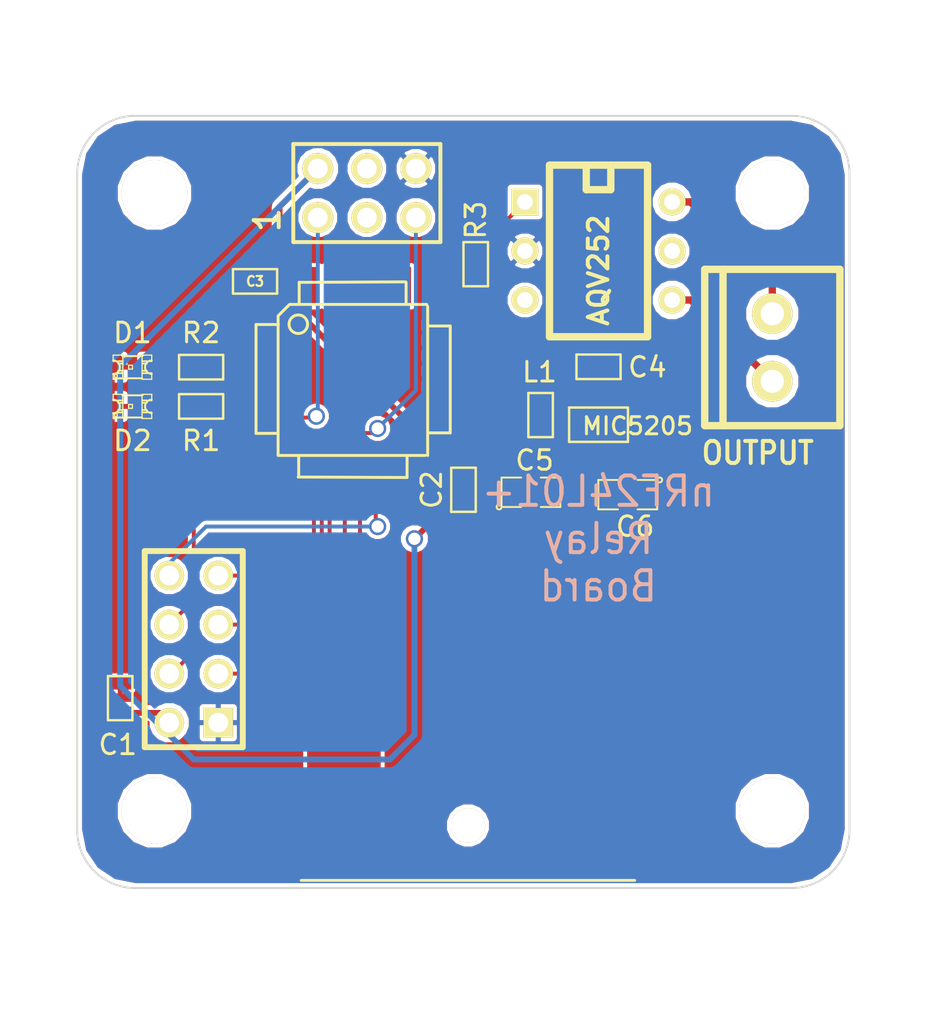
<source format=kicad_pcb>
(kicad_pcb (version 3) (host pcbnew "(2013-mar-13)-testing")

  (general
    (links 43)
    (no_connects 0)
    (area 16 14 65.000001 67.000001)
    (thickness 1.6)
    (drawings 11)
    (tracks 95)
    (zones 0)
    (modules 23)
    (nets 47)
  )

  (page A4)
  (layers
    (15 F.Cu signal)
    (0 B.Cu signal)
    (16 B.Adhes user)
    (17 F.Adhes user)
    (18 B.Paste user)
    (19 F.Paste user)
    (20 B.SilkS user)
    (21 F.SilkS user)
    (22 B.Mask user)
    (23 F.Mask user)
    (24 Dwgs.User user)
    (25 Cmts.User user)
    (26 Eco1.User user)
    (27 Eco2.User user)
    (28 Edge.Cuts user)
  )

  (setup
    (last_trace_width 0.2032)
    (user_trace_width 0.2032)
    (user_trace_width 0.381)
    (trace_clearance 0.2032)
    (zone_clearance 0.2032)
    (zone_45_only no)
    (trace_min 0.2032)
    (segment_width 0.2)
    (edge_width 0.1)
    (via_size 0.889)
    (via_drill 0.635)
    (via_min_size 0.635)
    (via_min_drill 0.381)
    (uvia_size 0.508)
    (uvia_drill 0.127)
    (uvias_allowed no)
    (uvia_min_size 0.508)
    (uvia_min_drill 0.127)
    (pcb_text_width 0.3)
    (pcb_text_size 1.5 1.5)
    (mod_edge_width 0.15)
    (mod_text_size 1 1)
    (mod_text_width 0.15)
    (pad_size 1.6 1.6)
    (pad_drill 1.016)
    (pad_to_mask_clearance 0)
    (aux_axis_origin 0 0)
    (visible_elements FFFFFF7F)
    (pcbplotparams
      (layerselection 3178497)
      (usegerberextensions true)
      (excludeedgelayer true)
      (linewidth 0.150000)
      (plotframeref false)
      (viasonmask false)
      (mode 1)
      (useauxorigin false)
      (hpglpennumber 1)
      (hpglpenspeed 20)
      (hpglpendiameter 15)
      (hpglpenoverlay 2)
      (psnegative false)
      (psa4output false)
      (plotreference true)
      (plotvalue true)
      (plotothertext true)
      (plotinvisibletext false)
      (padsonsilk false)
      (subtractmaskfromsilk false)
      (outputformat 1)
      (mirror false)
      (drillshape 1)
      (scaleselection 1)
      (outputdirectory ""))
  )

  (net 0 "")
  (net 1 /CE)
  (net 2 /CSN)
  (net 3 /IRQ)
  (net 4 /LED1)
  (net 5 /LED2)
  (net 6 /MISO)
  (net 7 /MOSI)
  (net 8 /OUT1)
  (net 9 /OUT2)
  (net 10 /PDICLK)
  (net 11 /PDIDATA)
  (net 12 /RELAY)
  (net 13 /SCK)
  (net 14 /VIN)
  (net 15 /VOUT)
  (net 16 GND)
  (net 17 N-000001)
  (net 18 N-0000010)
  (net 19 N-0000011)
  (net 20 N-0000012)
  (net 21 N-0000015)
  (net 22 N-000002)
  (net 23 N-0000020)
  (net 24 N-0000021)
  (net 25 N-000003)
  (net 26 N-0000031)
  (net 27 N-0000032)
  (net 28 N-0000033)
  (net 29 N-0000034)
  (net 30 N-0000035)
  (net 31 N-0000036)
  (net 32 N-0000037)
  (net 33 N-0000038)
  (net 34 N-0000039)
  (net 35 N-000004)
  (net 36 N-0000040)
  (net 37 N-0000041)
  (net 38 N-0000042)
  (net 39 N-0000043)
  (net 40 N-0000044)
  (net 41 N-0000045)
  (net 42 N-0000046)
  (net 43 N-000007)
  (net 44 N-000008)
  (net 45 N-000009)
  (net 46 VCC)

  (net_class Default "This is the default net class."
    (clearance 0.2032)
    (trace_width 0.2032)
    (via_dia 0.889)
    (via_drill 0.635)
    (uvia_dia 0.508)
    (uvia_drill 0.127)
    (add_net "")
    (add_net /CE)
    (add_net /CSN)
    (add_net /IRQ)
    (add_net /LED1)
    (add_net /LED2)
    (add_net /MISO)
    (add_net /MOSI)
    (add_net /PDICLK)
    (add_net /PDIDATA)
    (add_net /RELAY)
    (add_net /SCK)
    (add_net GND)
    (add_net N-000001)
    (add_net N-0000010)
    (add_net N-0000011)
    (add_net N-0000012)
    (add_net N-0000015)
    (add_net N-000002)
    (add_net N-0000020)
    (add_net N-0000021)
    (add_net N-000003)
    (add_net N-0000031)
    (add_net N-0000032)
    (add_net N-0000033)
    (add_net N-0000034)
    (add_net N-0000035)
    (add_net N-0000036)
    (add_net N-0000037)
    (add_net N-0000038)
    (add_net N-0000039)
    (add_net N-000004)
    (add_net N-0000040)
    (add_net N-0000041)
    (add_net N-0000042)
    (add_net N-0000043)
    (add_net N-0000044)
    (add_net N-0000045)
    (add_net N-0000046)
    (add_net N-000007)
    (add_net N-000008)
    (add_net N-000009)
  )

  (net_class hipower ""
    (clearance 0.3048)
    (trace_width 0.381)
    (via_dia 0.889)
    (via_drill 0.635)
    (uvia_dia 0.508)
    (uvia_drill 0.127)
    (add_net /OUT1)
    (add_net /OUT2)
    (add_net /VIN)
    (add_net /VOUT)
  )

  (net_class power ""
    (clearance 0.254)
    (trace_width 0.3048)
    (via_dia 0.889)
    (via_drill 0.635)
    (uvia_dia 0.508)
    (uvia_drill 0.127)
    (add_net VCC)
  )

  (module SM0603 (layer F.Cu) (tedit 525A7E35) (tstamp 5255DC8C)
    (at 22.225 50.165 90)
    (path /5254849B)
    (attr smd)
    (fp_text reference C1 (at -2.413 -0.127 180) (layer F.SilkS)
      (effects (font (size 1.016 1.016) (thickness 0.1524)))
    )
    (fp_text value 0.1uF (at 0 0 90) (layer F.SilkS) hide
      (effects (font (size 0.508 0.4572) (thickness 0.1143)))
    )
    (fp_line (start -1.143 -0.635) (end 1.143 -0.635) (layer F.SilkS) (width 0.127))
    (fp_line (start 1.143 -0.635) (end 1.143 0.635) (layer F.SilkS) (width 0.127))
    (fp_line (start 1.143 0.635) (end -1.143 0.635) (layer F.SilkS) (width 0.127))
    (fp_line (start -1.143 0.635) (end -1.143 -0.635) (layer F.SilkS) (width 0.127))
    (pad 1 smd rect (at -0.762 0 90) (size 0.635 1.143)
      (layers F.Cu F.Paste F.Mask)
      (net 46 VCC)
    )
    (pad 2 smd rect (at 0.762 0 90) (size 0.635 1.143)
      (layers F.Cu F.Paste F.Mask)
      (net 16 GND)
    )
    (model smd\resistors\R0603.wrl
      (at (xyz 0 0 0.001))
      (scale (xyz 0.5 0.5 0.5))
      (rotate (xyz 0 0 0))
    )
  )

  (module SM0603 (layer F.Cu) (tedit 525A7E0B) (tstamp 5255DC96)
    (at 40.005 39.37 90)
    (path /52546804)
    (attr smd)
    (fp_text reference C2 (at 0 -1.651 90) (layer F.SilkS)
      (effects (font (size 1.016 1.016) (thickness 0.1524)))
    )
    (fp_text value 0.1uF (at 0 0 90) (layer F.SilkS) hide
      (effects (font (size 0.508 0.4572) (thickness 0.1143)))
    )
    (fp_line (start -1.143 -0.635) (end 1.143 -0.635) (layer F.SilkS) (width 0.127))
    (fp_line (start 1.143 -0.635) (end 1.143 0.635) (layer F.SilkS) (width 0.127))
    (fp_line (start 1.143 0.635) (end -1.143 0.635) (layer F.SilkS) (width 0.127))
    (fp_line (start -1.143 0.635) (end -1.143 -0.635) (layer F.SilkS) (width 0.127))
    (pad 1 smd rect (at -0.762 0 90) (size 0.635 1.143)
      (layers F.Cu F.Paste F.Mask)
      (net 16 GND)
    )
    (pad 2 smd rect (at 0.762 0 90) (size 0.635 1.143)
      (layers F.Cu F.Paste F.Mask)
      (net 46 VCC)
    )
    (model smd\resistors\R0603.wrl
      (at (xyz 0 0 0.001))
      (scale (xyz 0.5 0.5 0.5))
      (rotate (xyz 0 0 0))
    )
  )

  (module SM0603 (layer F.Cu) (tedit 4E43A3D1) (tstamp 5255DCA0)
    (at 29.21 28.575 180)
    (path /5254762B)
    (attr smd)
    (fp_text reference C3 (at 0 0 180) (layer F.SilkS)
      (effects (font (size 0.508 0.4572) (thickness 0.1143)))
    )
    (fp_text value 0.1uF (at 0 0 180) (layer F.SilkS) hide
      (effects (font (size 0.508 0.4572) (thickness 0.1143)))
    )
    (fp_line (start -1.143 -0.635) (end 1.143 -0.635) (layer F.SilkS) (width 0.127))
    (fp_line (start 1.143 -0.635) (end 1.143 0.635) (layer F.SilkS) (width 0.127))
    (fp_line (start 1.143 0.635) (end -1.143 0.635) (layer F.SilkS) (width 0.127))
    (fp_line (start -1.143 0.635) (end -1.143 -0.635) (layer F.SilkS) (width 0.127))
    (pad 1 smd rect (at -0.762 0 180) (size 0.635 1.143)
      (layers F.Cu F.Paste F.Mask)
      (net 46 VCC)
    )
    (pad 2 smd rect (at 0.762 0 180) (size 0.635 1.143)
      (layers F.Cu F.Paste F.Mask)
      (net 16 GND)
    )
    (model smd\resistors\R0603.wrl
      (at (xyz 0 0 0.001))
      (scale (xyz 0.5 0.5 0.5))
      (rotate (xyz 0 0 0))
    )
  )

  (module LED-0805 (layer F.Cu) (tedit 525A7E19) (tstamp 5255DCDB)
    (at 22.86 33.02 180)
    (descr "LED 0805 smd package")
    (tags "LED 0805 SMD")
    (path /525569BA)
    (attr smd)
    (fp_text reference D1 (at 0 1.778 180) (layer F.SilkS)
      (effects (font (size 1.016 1.016) (thickness 0.1524)))
    )
    (fp_text value LED (at 0 1.27 180) (layer F.SilkS) hide
      (effects (font (size 0.762 0.762) (thickness 0.127)))
    )
    (fp_line (start 0.49784 0.29972) (end 0.49784 0.62484) (layer F.SilkS) (width 0.06604))
    (fp_line (start 0.49784 0.62484) (end 0.99822 0.62484) (layer F.SilkS) (width 0.06604))
    (fp_line (start 0.99822 0.29972) (end 0.99822 0.62484) (layer F.SilkS) (width 0.06604))
    (fp_line (start 0.49784 0.29972) (end 0.99822 0.29972) (layer F.SilkS) (width 0.06604))
    (fp_line (start 0.49784 -0.32258) (end 0.49784 -0.17272) (layer F.SilkS) (width 0.06604))
    (fp_line (start 0.49784 -0.17272) (end 0.7493 -0.17272) (layer F.SilkS) (width 0.06604))
    (fp_line (start 0.7493 -0.32258) (end 0.7493 -0.17272) (layer F.SilkS) (width 0.06604))
    (fp_line (start 0.49784 -0.32258) (end 0.7493 -0.32258) (layer F.SilkS) (width 0.06604))
    (fp_line (start 0.49784 0.17272) (end 0.49784 0.32258) (layer F.SilkS) (width 0.06604))
    (fp_line (start 0.49784 0.32258) (end 0.7493 0.32258) (layer F.SilkS) (width 0.06604))
    (fp_line (start 0.7493 0.17272) (end 0.7493 0.32258) (layer F.SilkS) (width 0.06604))
    (fp_line (start 0.49784 0.17272) (end 0.7493 0.17272) (layer F.SilkS) (width 0.06604))
    (fp_line (start 0.49784 -0.19812) (end 0.49784 0.19812) (layer F.SilkS) (width 0.06604))
    (fp_line (start 0.49784 0.19812) (end 0.6731 0.19812) (layer F.SilkS) (width 0.06604))
    (fp_line (start 0.6731 -0.19812) (end 0.6731 0.19812) (layer F.SilkS) (width 0.06604))
    (fp_line (start 0.49784 -0.19812) (end 0.6731 -0.19812) (layer F.SilkS) (width 0.06604))
    (fp_line (start -0.99822 0.29972) (end -0.99822 0.62484) (layer F.SilkS) (width 0.06604))
    (fp_line (start -0.99822 0.62484) (end -0.49784 0.62484) (layer F.SilkS) (width 0.06604))
    (fp_line (start -0.49784 0.29972) (end -0.49784 0.62484) (layer F.SilkS) (width 0.06604))
    (fp_line (start -0.99822 0.29972) (end -0.49784 0.29972) (layer F.SilkS) (width 0.06604))
    (fp_line (start -0.99822 -0.62484) (end -0.99822 -0.29972) (layer F.SilkS) (width 0.06604))
    (fp_line (start -0.99822 -0.29972) (end -0.49784 -0.29972) (layer F.SilkS) (width 0.06604))
    (fp_line (start -0.49784 -0.62484) (end -0.49784 -0.29972) (layer F.SilkS) (width 0.06604))
    (fp_line (start -0.99822 -0.62484) (end -0.49784 -0.62484) (layer F.SilkS) (width 0.06604))
    (fp_line (start -0.7493 0.17272) (end -0.7493 0.32258) (layer F.SilkS) (width 0.06604))
    (fp_line (start -0.7493 0.32258) (end -0.49784 0.32258) (layer F.SilkS) (width 0.06604))
    (fp_line (start -0.49784 0.17272) (end -0.49784 0.32258) (layer F.SilkS) (width 0.06604))
    (fp_line (start -0.7493 0.17272) (end -0.49784 0.17272) (layer F.SilkS) (width 0.06604))
    (fp_line (start -0.7493 -0.32258) (end -0.7493 -0.17272) (layer F.SilkS) (width 0.06604))
    (fp_line (start -0.7493 -0.17272) (end -0.49784 -0.17272) (layer F.SilkS) (width 0.06604))
    (fp_line (start -0.49784 -0.32258) (end -0.49784 -0.17272) (layer F.SilkS) (width 0.06604))
    (fp_line (start -0.7493 -0.32258) (end -0.49784 -0.32258) (layer F.SilkS) (width 0.06604))
    (fp_line (start -0.6731 -0.19812) (end -0.6731 0.19812) (layer F.SilkS) (width 0.06604))
    (fp_line (start -0.6731 0.19812) (end -0.49784 0.19812) (layer F.SilkS) (width 0.06604))
    (fp_line (start -0.49784 -0.19812) (end -0.49784 0.19812) (layer F.SilkS) (width 0.06604))
    (fp_line (start -0.6731 -0.19812) (end -0.49784 -0.19812) (layer F.SilkS) (width 0.06604))
    (fp_line (start 0 -0.09906) (end 0 0.09906) (layer F.SilkS) (width 0.06604))
    (fp_line (start 0 0.09906) (end 0.19812 0.09906) (layer F.SilkS) (width 0.06604))
    (fp_line (start 0.19812 -0.09906) (end 0.19812 0.09906) (layer F.SilkS) (width 0.06604))
    (fp_line (start 0 -0.09906) (end 0.19812 -0.09906) (layer F.SilkS) (width 0.06604))
    (fp_line (start 0.49784 -0.59944) (end 0.49784 -0.29972) (layer F.SilkS) (width 0.06604))
    (fp_line (start 0.49784 -0.29972) (end 0.79756 -0.29972) (layer F.SilkS) (width 0.06604))
    (fp_line (start 0.79756 -0.59944) (end 0.79756 -0.29972) (layer F.SilkS) (width 0.06604))
    (fp_line (start 0.49784 -0.59944) (end 0.79756 -0.59944) (layer F.SilkS) (width 0.06604))
    (fp_line (start 0.92456 -0.62484) (end 0.92456 -0.39878) (layer F.SilkS) (width 0.06604))
    (fp_line (start 0.92456 -0.39878) (end 0.99822 -0.39878) (layer F.SilkS) (width 0.06604))
    (fp_line (start 0.99822 -0.62484) (end 0.99822 -0.39878) (layer F.SilkS) (width 0.06604))
    (fp_line (start 0.92456 -0.62484) (end 0.99822 -0.62484) (layer F.SilkS) (width 0.06604))
    (fp_line (start 0.52324 0.57404) (end -0.52324 0.57404) (layer F.SilkS) (width 0.1016))
    (fp_line (start -0.49784 -0.57404) (end 0.92456 -0.57404) (layer F.SilkS) (width 0.1016))
    (fp_circle (center 0.84836 -0.44958) (end 0.89916 -0.50038) (layer F.SilkS) (width 0.0508))
    (fp_arc (start 0.99822 0) (end 0.99822 0.34798) (angle 180) (layer F.SilkS) (width 0.1016))
    (fp_arc (start -0.99822 0) (end -0.99822 -0.34798) (angle 180) (layer F.SilkS) (width 0.1016))
    (pad 1 smd rect (at -1.04902 0 180) (size 1.19888 1.19888)
      (layers F.Cu F.Paste F.Mask)
      (net 27 N-0000032)
    )
    (pad 2 smd rect (at 1.04902 0 180) (size 1.19888 1.19888)
      (layers F.Cu F.Paste F.Mask)
      (net 16 GND)
    )
  )

  (module LED-0805 (layer F.Cu) (tedit 525A7E24) (tstamp 5255DD16)
    (at 22.86 35.052 180)
    (descr "LED 0805 smd package")
    (tags "LED 0805 SMD")
    (path /5255699C)
    (attr smd)
    (fp_text reference D2 (at 0 -1.778 180) (layer F.SilkS)
      (effects (font (size 1.016 1.016) (thickness 0.1524)))
    )
    (fp_text value LED (at 0 1.27 180) (layer F.SilkS) hide
      (effects (font (size 0.762 0.762) (thickness 0.127)))
    )
    (fp_line (start 0.49784 0.29972) (end 0.49784 0.62484) (layer F.SilkS) (width 0.06604))
    (fp_line (start 0.49784 0.62484) (end 0.99822 0.62484) (layer F.SilkS) (width 0.06604))
    (fp_line (start 0.99822 0.29972) (end 0.99822 0.62484) (layer F.SilkS) (width 0.06604))
    (fp_line (start 0.49784 0.29972) (end 0.99822 0.29972) (layer F.SilkS) (width 0.06604))
    (fp_line (start 0.49784 -0.32258) (end 0.49784 -0.17272) (layer F.SilkS) (width 0.06604))
    (fp_line (start 0.49784 -0.17272) (end 0.7493 -0.17272) (layer F.SilkS) (width 0.06604))
    (fp_line (start 0.7493 -0.32258) (end 0.7493 -0.17272) (layer F.SilkS) (width 0.06604))
    (fp_line (start 0.49784 -0.32258) (end 0.7493 -0.32258) (layer F.SilkS) (width 0.06604))
    (fp_line (start 0.49784 0.17272) (end 0.49784 0.32258) (layer F.SilkS) (width 0.06604))
    (fp_line (start 0.49784 0.32258) (end 0.7493 0.32258) (layer F.SilkS) (width 0.06604))
    (fp_line (start 0.7493 0.17272) (end 0.7493 0.32258) (layer F.SilkS) (width 0.06604))
    (fp_line (start 0.49784 0.17272) (end 0.7493 0.17272) (layer F.SilkS) (width 0.06604))
    (fp_line (start 0.49784 -0.19812) (end 0.49784 0.19812) (layer F.SilkS) (width 0.06604))
    (fp_line (start 0.49784 0.19812) (end 0.6731 0.19812) (layer F.SilkS) (width 0.06604))
    (fp_line (start 0.6731 -0.19812) (end 0.6731 0.19812) (layer F.SilkS) (width 0.06604))
    (fp_line (start 0.49784 -0.19812) (end 0.6731 -0.19812) (layer F.SilkS) (width 0.06604))
    (fp_line (start -0.99822 0.29972) (end -0.99822 0.62484) (layer F.SilkS) (width 0.06604))
    (fp_line (start -0.99822 0.62484) (end -0.49784 0.62484) (layer F.SilkS) (width 0.06604))
    (fp_line (start -0.49784 0.29972) (end -0.49784 0.62484) (layer F.SilkS) (width 0.06604))
    (fp_line (start -0.99822 0.29972) (end -0.49784 0.29972) (layer F.SilkS) (width 0.06604))
    (fp_line (start -0.99822 -0.62484) (end -0.99822 -0.29972) (layer F.SilkS) (width 0.06604))
    (fp_line (start -0.99822 -0.29972) (end -0.49784 -0.29972) (layer F.SilkS) (width 0.06604))
    (fp_line (start -0.49784 -0.62484) (end -0.49784 -0.29972) (layer F.SilkS) (width 0.06604))
    (fp_line (start -0.99822 -0.62484) (end -0.49784 -0.62484) (layer F.SilkS) (width 0.06604))
    (fp_line (start -0.7493 0.17272) (end -0.7493 0.32258) (layer F.SilkS) (width 0.06604))
    (fp_line (start -0.7493 0.32258) (end -0.49784 0.32258) (layer F.SilkS) (width 0.06604))
    (fp_line (start -0.49784 0.17272) (end -0.49784 0.32258) (layer F.SilkS) (width 0.06604))
    (fp_line (start -0.7493 0.17272) (end -0.49784 0.17272) (layer F.SilkS) (width 0.06604))
    (fp_line (start -0.7493 -0.32258) (end -0.7493 -0.17272) (layer F.SilkS) (width 0.06604))
    (fp_line (start -0.7493 -0.17272) (end -0.49784 -0.17272) (layer F.SilkS) (width 0.06604))
    (fp_line (start -0.49784 -0.32258) (end -0.49784 -0.17272) (layer F.SilkS) (width 0.06604))
    (fp_line (start -0.7493 -0.32258) (end -0.49784 -0.32258) (layer F.SilkS) (width 0.06604))
    (fp_line (start -0.6731 -0.19812) (end -0.6731 0.19812) (layer F.SilkS) (width 0.06604))
    (fp_line (start -0.6731 0.19812) (end -0.49784 0.19812) (layer F.SilkS) (width 0.06604))
    (fp_line (start -0.49784 -0.19812) (end -0.49784 0.19812) (layer F.SilkS) (width 0.06604))
    (fp_line (start -0.6731 -0.19812) (end -0.49784 -0.19812) (layer F.SilkS) (width 0.06604))
    (fp_line (start 0 -0.09906) (end 0 0.09906) (layer F.SilkS) (width 0.06604))
    (fp_line (start 0 0.09906) (end 0.19812 0.09906) (layer F.SilkS) (width 0.06604))
    (fp_line (start 0.19812 -0.09906) (end 0.19812 0.09906) (layer F.SilkS) (width 0.06604))
    (fp_line (start 0 -0.09906) (end 0.19812 -0.09906) (layer F.SilkS) (width 0.06604))
    (fp_line (start 0.49784 -0.59944) (end 0.49784 -0.29972) (layer F.SilkS) (width 0.06604))
    (fp_line (start 0.49784 -0.29972) (end 0.79756 -0.29972) (layer F.SilkS) (width 0.06604))
    (fp_line (start 0.79756 -0.59944) (end 0.79756 -0.29972) (layer F.SilkS) (width 0.06604))
    (fp_line (start 0.49784 -0.59944) (end 0.79756 -0.59944) (layer F.SilkS) (width 0.06604))
    (fp_line (start 0.92456 -0.62484) (end 0.92456 -0.39878) (layer F.SilkS) (width 0.06604))
    (fp_line (start 0.92456 -0.39878) (end 0.99822 -0.39878) (layer F.SilkS) (width 0.06604))
    (fp_line (start 0.99822 -0.62484) (end 0.99822 -0.39878) (layer F.SilkS) (width 0.06604))
    (fp_line (start 0.92456 -0.62484) (end 0.99822 -0.62484) (layer F.SilkS) (width 0.06604))
    (fp_line (start 0.52324 0.57404) (end -0.52324 0.57404) (layer F.SilkS) (width 0.1016))
    (fp_line (start -0.49784 -0.57404) (end 0.92456 -0.57404) (layer F.SilkS) (width 0.1016))
    (fp_circle (center 0.84836 -0.44958) (end 0.89916 -0.50038) (layer F.SilkS) (width 0.0508))
    (fp_arc (start 0.99822 0) (end 0.99822 0.34798) (angle 180) (layer F.SilkS) (width 0.1016))
    (fp_arc (start -0.99822 0) (end -0.99822 -0.34798) (angle 180) (layer F.SilkS) (width 0.1016))
    (pad 1 smd rect (at -1.04902 0 180) (size 1.19888 1.19888)
      (layers F.Cu F.Paste F.Mask)
      (net 28 N-0000033)
    )
    (pad 2 smd rect (at 1.04902 0 180) (size 1.19888 1.19888)
      (layers F.Cu F.Paste F.Mask)
      (net 16 GND)
    )
  )

  (module TQFP32 (layer F.Cu) (tedit 525A6172) (tstamp 5255DD58)
    (at 34.29 33.655)
    (path /52545974)
    (fp_text reference IC2 (at 0.345 -7.275) (layer F.SilkS) hide
      (effects (font (size 1.27 1.27) (thickness 0.1778)))
    )
    (fp_text value ATXMEGA8E5-A (at 0 1.905) (layer F.SilkS) hide
      (effects (font (size 1.27 1.016) (thickness 0.2032)))
    )
    (fp_line (start 5.0292 2.7686) (end 3.8862 2.7686) (layer F.SilkS) (width 0.1524))
    (fp_line (start 5.0292 -2.7686) (end 3.9116 -2.7686) (layer F.SilkS) (width 0.1524))
    (fp_line (start 5.0292 2.7686) (end 5.0292 -2.7686) (layer F.SilkS) (width 0.1524))
    (fp_line (start 2.794 3.9624) (end 2.794 5.0546) (layer F.SilkS) (width 0.1524))
    (fp_line (start -2.8194 3.9878) (end -2.8194 5.0546) (layer F.SilkS) (width 0.1524))
    (fp_line (start -2.8448 5.0546) (end 2.794 5.08) (layer F.SilkS) (width 0.1524))
    (fp_line (start -2.794 -5.0292) (end 2.7178 -5.0546) (layer F.SilkS) (width 0.1524))
    (fp_line (start -3.8862 -3.2766) (end -3.8862 3.9116) (layer F.SilkS) (width 0.1524))
    (fp_line (start 2.7432 -5.0292) (end 2.7432 -3.9878) (layer F.SilkS) (width 0.1524))
    (fp_line (start -3.2512 -3.8862) (end 3.81 -3.8862) (layer F.SilkS) (width 0.1524))
    (fp_line (start 3.8608 3.937) (end 3.8608 -3.7846) (layer F.SilkS) (width 0.1524))
    (fp_line (start -3.8862 3.937) (end 3.7338 3.937) (layer F.SilkS) (width 0.1524))
    (fp_line (start -5.0292 -2.8448) (end -5.0292 2.794) (layer F.SilkS) (width 0.1524))
    (fp_line (start -5.0292 2.794) (end -3.8862 2.794) (layer F.SilkS) (width 0.1524))
    (fp_line (start -3.87604 -3.302) (end -3.29184 -3.8862) (layer F.SilkS) (width 0.1524))
    (fp_line (start -5.02412 -2.8448) (end -3.87604 -2.8448) (layer F.SilkS) (width 0.1524))
    (fp_line (start -2.794 -3.8862) (end -2.794 -5.03428) (layer F.SilkS) (width 0.1524))
    (fp_circle (center -2.83972 -2.86004) (end -2.43332 -2.60604) (layer F.SilkS) (width 0.1524))
    (pad 8 smd rect (at -4.81584 2.77622) (size 1.99898 0.44958)
      (layers F.Cu F.Paste F.Mask)
      (net 10 /PDICLK)
    )
    (pad 7 smd rect (at -4.81584 1.97612) (size 1.99898 0.44958)
      (layers F.Cu F.Paste F.Mask)
      (net 11 /PDIDATA)
    )
    (pad 6 smd rect (at -4.81584 1.17602) (size 1.99898 0.44958)
      (layers F.Cu F.Paste F.Mask)
      (net 4 /LED1)
    )
    (pad 5 smd rect (at -4.81584 0.37592) (size 1.99898 0.44958)
      (layers F.Cu F.Paste F.Mask)
      (net 38 N-0000042)
    )
    (pad 4 smd rect (at -4.81584 -0.42418) (size 1.99898 0.44958)
      (layers F.Cu F.Paste F.Mask)
      (net 37 N-0000041)
    )
    (pad 3 smd rect (at -4.81584 -1.22428) (size 1.99898 0.44958)
      (layers F.Cu F.Paste F.Mask)
      (net 5 /LED2)
    )
    (pad 2 smd rect (at -4.81584 -2.02438) (size 1.99898 0.44958)
      (layers F.Cu F.Paste F.Mask)
      (net 36 N-0000040)
    )
    (pad 1 smd rect (at -4.81584 -2.82448) (size 1.99898 0.44958)
      (layers F.Cu F.Paste F.Mask)
      (net 16 GND)
    )
    (pad 24 smd rect (at 4.7498 -2.8194) (size 1.99898 0.44958)
      (layers F.Cu F.Paste F.Mask)
      (net 12 /RELAY)
    )
    (pad 17 smd rect (at 4.7498 2.794) (size 1.99898 0.44958)
      (layers F.Cu F.Paste F.Mask)
      (net 46 VCC)
    )
    (pad 18 smd rect (at 4.7498 1.9812) (size 1.99898 0.44958)
      (layers F.Cu F.Paste F.Mask)
      (net 16 GND)
    )
    (pad 19 smd rect (at 4.7498 1.1684) (size 1.99898 0.44958)
      (layers F.Cu F.Paste F.Mask)
      (net 24 N-0000021)
    )
    (pad 20 smd rect (at 4.7498 0.381) (size 1.99898 0.44958)
      (layers F.Cu F.Paste F.Mask)
      (net 44 N-000008)
    )
    (pad 21 smd rect (at 4.7498 -0.4318) (size 1.99898 0.44958)
      (layers F.Cu F.Paste F.Mask)
      (net 43 N-000007)
    )
    (pad 22 smd rect (at 4.7498 -1.2192) (size 1.99898 0.44958)
      (layers F.Cu F.Paste F.Mask)
      (net 23 N-0000020)
    )
    (pad 23 smd rect (at 4.7498 -2.032) (size 1.99898 0.44958)
      (layers F.Cu F.Paste F.Mask)
      (net 45 N-000009)
    )
    (pad 32 smd rect (at -2.82448 -4.826) (size 0.44958 1.99898)
      (layers F.Cu F.Paste F.Mask)
      (net 46 VCC)
    )
    (pad 31 smd rect (at -2.02692 -4.826) (size 0.44958 1.99898)
      (layers F.Cu F.Paste F.Mask)
      (net 40 N-0000044)
    )
    (pad 30 smd rect (at -1.22428 -4.826) (size 0.44958 1.99898)
      (layers F.Cu F.Paste F.Mask)
      (net 39 N-0000043)
    )
    (pad 29 smd rect (at -0.42672 -4.826) (size 0.44958 1.99898)
      (layers F.Cu F.Paste F.Mask)
      (net 33 N-0000038)
    )
    (pad 28 smd rect (at 0.37592 -4.826) (size 0.44958 1.99898)
      (layers F.Cu F.Paste F.Mask)
      (net 32 N-0000037)
    )
    (pad 27 smd rect (at 1.17348 -4.826) (size 0.44958 1.99898)
      (layers F.Cu F.Paste F.Mask)
      (net 31 N-0000036)
    )
    (pad 26 smd rect (at 1.97612 -4.826) (size 0.44958 1.99898)
      (layers F.Cu F.Paste F.Mask)
      (net 30 N-0000035)
    )
    (pad 25 smd rect (at 2.77368 -4.826) (size 0.44958 1.99898)
      (layers F.Cu F.Paste F.Mask)
      (net 29 N-0000034)
    )
    (pad 9 smd rect (at -2.8194 4.7752) (size 0.44958 1.99898)
      (layers F.Cu F.Paste F.Mask)
      (net 7 /MOSI)
    )
    (pad 10 smd rect (at -2.032 4.7752) (size 0.44958 1.99898)
      (layers F.Cu F.Paste F.Mask)
      (net 6 /MISO)
    )
    (pad 11 smd rect (at -1.2192 4.7752) (size 0.44958 1.99898)
      (layers F.Cu F.Paste F.Mask)
      (net 13 /SCK)
    )
    (pad 12 smd rect (at -0.4318 4.7752) (size 0.44958 1.99898)
      (layers F.Cu F.Paste F.Mask)
      (net 2 /CSN)
    )
    (pad 13 smd rect (at 0.3556 4.7752) (size 0.44958 1.99898)
      (layers F.Cu F.Paste F.Mask)
      (net 1 /CE)
    )
    (pad 14 smd rect (at 1.1684 4.7752) (size 0.44958 1.99898)
      (layers F.Cu F.Paste F.Mask)
      (net 3 /IRQ)
    )
    (pad 15 smd rect (at 1.9812 4.7752) (size 0.44958 1.99898)
      (layers F.Cu F.Paste F.Mask)
      (net 34 N-0000039)
    )
    (pad 16 smd rect (at 2.794 4.7752) (size 0.44958 1.99898)
      (layers F.Cu F.Paste F.Mask)
      (net 18 N-0000010)
    )
    (model smd/tqfp32.wrl
      (at (xyz 0 0 0))
      (scale (xyz 1 1 1))
      (rotate (xyz 0 0 0))
    )
  )

  (module pin_array_3x2 (layer F.Cu) (tedit 52596013) (tstamp 5255DD66)
    (at 35 24)
    (descr "Double rangee de contacts 2 x 4 pins")
    (tags CONN)
    (path /52555B20)
    (fp_text reference P1 (at 0 -3.81) (layer F.SilkS) hide
      (effects (font (size 1.016 1.016) (thickness 0.2032)))
    )
    (fp_text value CONN_3X2 (at 0 3.81) (layer F.SilkS) hide
      (effects (font (size 1.016 1.016) (thickness 0.2032)))
    )
    (fp_line (start 3.81 2.54) (end -3.81 2.54) (layer F.SilkS) (width 0.2032))
    (fp_line (start -3.81 -2.54) (end 3.81 -2.54) (layer F.SilkS) (width 0.2032))
    (fp_line (start 3.81 -2.54) (end 3.81 2.54) (layer F.SilkS) (width 0.2032))
    (fp_line (start -3.81 2.54) (end -3.81 -2.54) (layer F.SilkS) (width 0.2032))
    (pad 1 thru_hole circle (at -2.54 1.27) (size 1.6 1.6) (drill 1.016)
      (layers *.Cu *.Mask F.SilkS)
      (net 11 /PDIDATA)
    )
    (pad 2 thru_hole circle (at -2.54 -1.27) (size 1.6 1.6) (drill 1.016)
      (layers *.Cu *.Mask F.SilkS)
      (net 46 VCC)
    )
    (pad 3 thru_hole circle (at 0 1.27) (size 1.6 1.6) (drill 1.016)
      (layers *.Cu *.Mask F.SilkS)
      (net 20 N-0000012)
    )
    (pad 4 thru_hole circle (at 0 -1.27) (size 1.6 1.6) (drill 1.016)
      (layers *.Cu *.Mask F.SilkS)
      (net 19 N-0000011)
    )
    (pad 5 thru_hole circle (at 2.54 1.27) (size 1.6 1.6) (drill 1.016)
      (layers *.Cu *.Mask F.SilkS)
      (net 10 /PDICLK)
    )
    (pad 6 thru_hole circle (at 2.54 -1.27) (size 1.6 1.6) (drill 1.016)
      (layers *.Cu *.Mask F.SilkS)
      (net 16 GND)
    )
    (model pin_array/pins_array_3x2.wrl
      (at (xyz 0 0 0))
      (scale (xyz 1 1 1))
      (rotate (xyz 0 0 0))
    )
  )

  (module SM0603 (layer F.Cu) (tedit 525A7E29) (tstamp 5255DD7B)
    (at 26.416 35.052)
    (path /52555B2F)
    (attr smd)
    (fp_text reference R1 (at 0 1.778) (layer F.SilkS)
      (effects (font (size 1.016 1.016) (thickness 0.1524)))
    )
    (fp_text value 1K (at 0 0) (layer F.SilkS) hide
      (effects (font (size 0.508 0.4572) (thickness 0.1143)))
    )
    (fp_line (start -1.143 -0.635) (end 1.143 -0.635) (layer F.SilkS) (width 0.127))
    (fp_line (start 1.143 -0.635) (end 1.143 0.635) (layer F.SilkS) (width 0.127))
    (fp_line (start 1.143 0.635) (end -1.143 0.635) (layer F.SilkS) (width 0.127))
    (fp_line (start -1.143 0.635) (end -1.143 -0.635) (layer F.SilkS) (width 0.127))
    (pad 1 smd rect (at -0.762 0) (size 0.635 1.143)
      (layers F.Cu F.Paste F.Mask)
      (net 28 N-0000033)
    )
    (pad 2 smd rect (at 0.762 0) (size 0.635 1.143)
      (layers F.Cu F.Paste F.Mask)
      (net 4 /LED1)
    )
    (model smd\resistors\R0603.wrl
      (at (xyz 0 0 0.001))
      (scale (xyz 0.5 0.5 0.5))
      (rotate (xyz 0 0 0))
    )
  )

  (module SM0603 (layer F.Cu) (tedit 525A7E1F) (tstamp 5255DD85)
    (at 26.416 33.02)
    (path /5255698D)
    (attr smd)
    (fp_text reference R2 (at 0 -1.778) (layer F.SilkS)
      (effects (font (size 1.016 1.016) (thickness 0.1524)))
    )
    (fp_text value 1K (at 0 0) (layer F.SilkS) hide
      (effects (font (size 0.508 0.4572) (thickness 0.1143)))
    )
    (fp_line (start -1.143 -0.635) (end 1.143 -0.635) (layer F.SilkS) (width 0.127))
    (fp_line (start 1.143 -0.635) (end 1.143 0.635) (layer F.SilkS) (width 0.127))
    (fp_line (start 1.143 0.635) (end -1.143 0.635) (layer F.SilkS) (width 0.127))
    (fp_line (start -1.143 0.635) (end -1.143 -0.635) (layer F.SilkS) (width 0.127))
    (pad 1 smd rect (at -0.762 0) (size 0.635 1.143)
      (layers F.Cu F.Paste F.Mask)
      (net 27 N-0000032)
    )
    (pad 2 smd rect (at 0.762 0) (size 0.635 1.143)
      (layers F.Cu F.Paste F.Mask)
      (net 5 /LED2)
    )
    (model smd\resistors\R0603.wrl
      (at (xyz 0 0 0.001))
      (scale (xyz 0.5 0.5 0.5))
      (rotate (xyz 0 0 0))
    )
  )

  (module SM0603 (layer F.Cu) (tedit 525A6199) (tstamp 5255DD8F)
    (at 40.64 27.686 90)
    (path /52553078)
    (attr smd)
    (fp_text reference R3 (at 2.286 0 90) (layer F.SilkS)
      (effects (font (size 1.016 1.016) (thickness 0.1524)))
    )
    (fp_text value 33R (at 0 0 90) (layer F.SilkS) hide
      (effects (font (size 0.508 0.4572) (thickness 0.1143)))
    )
    (fp_line (start -1.143 -0.635) (end 1.143 -0.635) (layer F.SilkS) (width 0.127))
    (fp_line (start 1.143 -0.635) (end 1.143 0.635) (layer F.SilkS) (width 0.127))
    (fp_line (start 1.143 0.635) (end -1.143 0.635) (layer F.SilkS) (width 0.127))
    (fp_line (start -1.143 0.635) (end -1.143 -0.635) (layer F.SilkS) (width 0.127))
    (pad 1 smd rect (at -0.762 0 90) (size 0.635 1.143)
      (layers F.Cu F.Paste F.Mask)
      (net 12 /RELAY)
    )
    (pad 2 smd rect (at 0.762 0 90) (size 0.635 1.143)
      (layers F.Cu F.Paste F.Mask)
      (net 26 N-0000031)
    )
    (model smd\resistors\R0603.wrl
      (at (xyz 0 0 0.001))
      (scale (xyz 0.5 0.5 0.5))
      (rotate (xyz 0 0 0))
    )
  )

  (module DIP-6__300 (layer F.Cu) (tedit 5259994E) (tstamp 5255DDA0)
    (at 47 27 270)
    (descr "6 pins DIL package, round pads")
    (tags DIL)
    (path /52552335)
    (fp_text reference U1 (at 1.194 8.646 360) (layer F.SilkS) hide
      (effects (font (size 1.27 1.27) (thickness 0.2032)))
    )
    (fp_text value AQV252 (at 1 0 270) (layer F.SilkS)
      (effects (font (size 1.016 1.016) (thickness 0.2032)))
    )
    (fp_line (start -4.445 -2.54) (end 4.445 -2.54) (layer F.SilkS) (width 0.381))
    (fp_line (start 4.445 -2.54) (end 4.445 2.54) (layer F.SilkS) (width 0.381))
    (fp_line (start 4.445 2.54) (end -4.445 2.54) (layer F.SilkS) (width 0.381))
    (fp_line (start -4.445 2.54) (end -4.445 -2.54) (layer F.SilkS) (width 0.381))
    (fp_line (start -4.445 -0.635) (end -3.175 -0.635) (layer F.SilkS) (width 0.381))
    (fp_line (start -3.175 -0.635) (end -3.175 0.635) (layer F.SilkS) (width 0.381))
    (fp_line (start -3.175 0.635) (end -4.445 0.635) (layer F.SilkS) (width 0.381))
    (pad 1 thru_hole rect (at -2.54 3.81 270) (size 1.397 1.397) (drill 0.8128)
      (layers *.Cu *.Mask F.SilkS)
      (net 26 N-0000031)
    )
    (pad 2 thru_hole circle (at 0 3.81 270) (size 1.397 1.397) (drill 0.8128)
      (layers *.Cu *.Mask F.SilkS)
      (net 16 GND)
    )
    (pad 3 thru_hole circle (at 2.54 3.81 270) (size 1.397 1.397) (drill 0.8128)
      (layers *.Cu *.Mask F.SilkS)
      (net 41 N-0000045)
    )
    (pad 4 thru_hole circle (at 2.54 -3.81 270) (size 1.397 1.397) (drill 0.8128)
      (layers *.Cu *.Mask F.SilkS)
      (net 9 /OUT2)
    )
    (pad 5 thru_hole circle (at 0 -3.81 270) (size 1.397 1.397) (drill 0.8128)
      (layers *.Cu *.Mask F.SilkS)
      (net 42 N-0000046)
    )
    (pad 6 thru_hole circle (at -2.54 -3.81 270) (size 1.397 1.397) (drill 0.8128)
      (layers *.Cu *.Mask F.SilkS)
      (net 8 /OUT1)
    )
    (model dil/dil_6.wrl
      (at (xyz 0 0 0))
      (scale (xyz 1 1 1))
      (rotate (xyz 0 0 0))
    )
  )

  (module pin_array_4x2 (layer F.Cu) (tedit 52596E73) (tstamp 525615B3)
    (at 26.035 47.625 90)
    (descr "Double rangee de contacts 2 x 4 pins")
    (tags CONN)
    (path /52533BBE)
    (fp_text reference IC1 (at 0 -3.81 90) (layer F.SilkS) hide
      (effects (font (size 1.016 1.016) (thickness 0.2032)))
    )
    (fp_text value 24L-MOD-8 (at 0 3.81 90) (layer F.SilkS) hide
      (effects (font (size 1.016 1.016) (thickness 0.2032)))
    )
    (fp_line (start -5.08 -2.54) (end 5.08 -2.54) (layer F.SilkS) (width 0.3048))
    (fp_line (start 5.08 -2.54) (end 5.08 2.54) (layer F.SilkS) (width 0.3048))
    (fp_line (start 5.08 2.54) (end -5.08 2.54) (layer F.SilkS) (width 0.3048))
    (fp_line (start -5.08 2.54) (end -5.08 -2.54) (layer F.SilkS) (width 0.3048))
    (pad 1 thru_hole rect (at -3.81 1.27 90) (size 1.524 1.524) (drill 1.016)
      (layers *.Cu *.Mask F.SilkS)
      (net 16 GND)
    )
    (pad 2 thru_hole circle (at -3.81 -1.27 90) (size 1.524 1.524) (drill 1.016)
      (layers *.Cu *.Mask F.SilkS)
      (net 46 VCC)
    )
    (pad 3 thru_hole circle (at -1.27 1.27 90) (size 1.524 1.524) (drill 1.016)
      (layers *.Cu *.Mask F.SilkS)
      (net 1 /CE)
    )
    (pad 4 thru_hole circle (at -1.27 -1.27 90) (size 1.524 1.524) (drill 1.016)
      (layers *.Cu *.Mask F.SilkS)
      (net 2 /CSN)
    )
    (pad 5 thru_hole circle (at 1.27 1.27 90) (size 1.524 1.524) (drill 1.016)
      (layers *.Cu *.Mask F.SilkS)
      (net 13 /SCK)
    )
    (pad 6 thru_hole circle (at 1.27 -1.27 90) (size 1.524 1.524) (drill 1.016)
      (layers *.Cu *.Mask F.SilkS)
      (net 7 /MOSI)
    )
    (pad 7 thru_hole circle (at 3.81 1.27 90) (size 1.524 1.524) (drill 1.016)
      (layers *.Cu *.Mask F.SilkS)
      (net 6 /MISO)
    )
    (pad 8 thru_hole circle (at 3.81 -1.27 90) (size 1.524 1.524) (drill 1.016)
      (layers *.Cu *.Mask F.SilkS)
      (net 3 /IRQ)
    )
    (model pin_array/pins_array_4x2.wrl
      (at (xyz 0 0 0))
      (scale (xyz 1 1 1))
      (rotate (xyz 0 0 0))
    )
  )

  (module SM0603 (layer F.Cu) (tedit 525A619F) (tstamp 5257422E)
    (at 47 33 180)
    (path /5256954D)
    (attr smd)
    (fp_text reference C4 (at -2.53 -0.02 180) (layer F.SilkS)
      (effects (font (size 1.016 1.016) (thickness 0.1524)))
    )
    (fp_text value 470pF (at 0 0 180) (layer F.SilkS) hide
      (effects (font (size 0.508 0.4572) (thickness 0.1143)))
    )
    (fp_line (start -1.143 -0.635) (end 1.143 -0.635) (layer F.SilkS) (width 0.127))
    (fp_line (start 1.143 -0.635) (end 1.143 0.635) (layer F.SilkS) (width 0.127))
    (fp_line (start 1.143 0.635) (end -1.143 0.635) (layer F.SilkS) (width 0.127))
    (fp_line (start -1.143 0.635) (end -1.143 -0.635) (layer F.SilkS) (width 0.127))
    (pad 1 smd rect (at -0.762 0 180) (size 0.635 1.143)
      (layers F.Cu F.Paste F.Mask)
      (net 21 N-0000015)
    )
    (pad 2 smd rect (at 0.762 0 180) (size 0.635 1.143)
      (layers F.Cu F.Paste F.Mask)
      (net 16 GND)
    )
    (model smd\resistors\R0603.wrl
      (at (xyz 0 0 0.001))
      (scale (xyz 0.5 0.5 0.5))
      (rotate (xyz 0 0 0))
    )
  )

  (module SM0805 (layer F.Cu) (tedit 525A7E03) (tstamp 5257423B)
    (at 43.5 39.5)
    (path /5256962C)
    (attr smd)
    (fp_text reference C5 (at 0.188 -1.654) (layer F.SilkS)
      (effects (font (size 1.016 1.016) (thickness 0.1524)))
    )
    (fp_text value 4.7uF (at 0 0.381) (layer F.SilkS) hide
      (effects (font (size 0.50038 0.254) (thickness 0.0635)))
    )
    (fp_circle (center -1.651 0.762) (end -1.651 0.635) (layer F.SilkS) (width 0.09906))
    (fp_line (start -0.508 0.762) (end -1.524 0.762) (layer F.SilkS) (width 0.09906))
    (fp_line (start -1.524 0.762) (end -1.524 -0.762) (layer F.SilkS) (width 0.09906))
    (fp_line (start -1.524 -0.762) (end -0.508 -0.762) (layer F.SilkS) (width 0.09906))
    (fp_line (start 0.508 -0.762) (end 1.524 -0.762) (layer F.SilkS) (width 0.09906))
    (fp_line (start 1.524 -0.762) (end 1.524 0.762) (layer F.SilkS) (width 0.09906))
    (fp_line (start 1.524 0.762) (end 0.508 0.762) (layer F.SilkS) (width 0.09906))
    (pad 1 smd rect (at -0.9525 0) (size 0.889 1.397)
      (layers F.Cu F.Paste F.Mask)
      (net 46 VCC)
    )
    (pad 2 smd rect (at 0.9525 0) (size 0.889 1.397)
      (layers F.Cu F.Paste F.Mask)
      (net 16 GND)
    )
    (model smd/chip_cms.wrl
      (at (xyz 0 0 0))
      (scale (xyz 0.1 0.1 0.1))
      (rotate (xyz 0 0 0))
    )
  )

  (module SOT23-5 (layer F.Cu) (tedit 525A8C50) (tstamp 52574248)
    (at 47 36)
    (path /525688C8)
    (attr smd)
    (fp_text reference U2 (at 2.19964 -0.29972 90) (layer F.SilkS) hide
      (effects (font (size 0.635 0.635) (thickness 0.127)))
    )
    (fp_text value MIC5205 (at 2.022 0.068 180) (layer F.SilkS)
      (effects (font (size 0.889 0.889) (thickness 0.1524)))
    )
    (fp_line (start 1.524 -0.889) (end 1.524 0.889) (layer F.SilkS) (width 0.127))
    (fp_line (start 1.524 0.889) (end -1.524 0.889) (layer F.SilkS) (width 0.127))
    (fp_line (start -1.524 0.889) (end -1.524 -0.889) (layer F.SilkS) (width 0.127))
    (fp_line (start -1.524 -0.889) (end 1.524 -0.889) (layer F.SilkS) (width 0.127))
    (pad 1 smd rect (at -0.9525 1.27) (size 0.508 0.762)
      (layers F.Cu F.Paste F.Mask)
      (net 14 /VIN)
    )
    (pad 3 smd rect (at 0.9525 1.27) (size 0.508 0.762)
      (layers F.Cu F.Paste F.Mask)
      (net 14 /VIN)
    )
    (pad 5 smd rect (at -0.9525 -1.27) (size 0.508 0.762)
      (layers F.Cu F.Paste F.Mask)
      (net 15 /VOUT)
    )
    (pad 2 smd rect (at 0 1.27) (size 0.508 0.762)
      (layers F.Cu F.Paste F.Mask)
      (net 16 GND)
    )
    (pad 4 smd rect (at 0.9525 -1.27) (size 0.508 0.762)
      (layers F.Cu F.Paste F.Mask)
      (net 21 N-0000015)
    )
    (model smd/SOT23_5.wrl
      (at (xyz 0 0 0))
      (scale (xyz 0.1 0.1 0.1))
      (rotate (xyz 0 0 0))
    )
  )

  (module SM0805 (layer F.Cu) (tedit 525A6FCF) (tstamp 525851D9)
    (at 48.514 39.624 180)
    (path /52574204)
    (attr smd)
    (fp_text reference C6 (at -0.381 -1.651 360) (layer F.SilkS)
      (effects (font (size 1.016 1.016) (thickness 0.1524)))
    )
    (fp_text value 4.7uF (at 0 0.381 180) (layer F.SilkS) hide
      (effects (font (size 0.50038 0.50038) (thickness 0.10922)))
    )
    (fp_circle (center -1.651 0.762) (end -1.651 0.635) (layer F.SilkS) (width 0.09906))
    (fp_line (start -0.508 0.762) (end -1.524 0.762) (layer F.SilkS) (width 0.09906))
    (fp_line (start -1.524 0.762) (end -1.524 -0.762) (layer F.SilkS) (width 0.09906))
    (fp_line (start -1.524 -0.762) (end -0.508 -0.762) (layer F.SilkS) (width 0.09906))
    (fp_line (start 0.508 -0.762) (end 1.524 -0.762) (layer F.SilkS) (width 0.09906))
    (fp_line (start 1.524 -0.762) (end 1.524 0.762) (layer F.SilkS) (width 0.09906))
    (fp_line (start 1.524 0.762) (end 0.508 0.762) (layer F.SilkS) (width 0.09906))
    (pad 1 smd rect (at -0.9525 0 180) (size 0.889 1.397)
      (layers F.Cu F.Paste F.Mask)
      (net 16 GND)
    )
    (pad 2 smd rect (at 0.9525 0 180) (size 0.889 1.397)
      (layers F.Cu F.Paste F.Mask)
      (net 14 /VIN)
    )
    (model smd/chip_cms.wrl
      (at (xyz 0 0 0))
      (scale (xyz 0.1 0.1 0.1))
      (rotate (xyz 0 0 0))
    )
  )

  (module SM0603 (layer F.Cu) (tedit 525A6FEE) (tstamp 525851E3)
    (at 44 35.5 270)
    (path /52574F79)
    (attr smd)
    (fp_text reference L1 (at -2.226 0.058 360) (layer F.SilkS)
      (effects (font (size 1.016 1.016) (thickness 0.1524)))
    )
    (fp_text value INDUCTOR (at 0 0 270) (layer F.SilkS) hide
      (effects (font (size 0.508 0.4572) (thickness 0.1143)))
    )
    (fp_line (start -1.143 -0.635) (end 1.143 -0.635) (layer F.SilkS) (width 0.127))
    (fp_line (start 1.143 -0.635) (end 1.143 0.635) (layer F.SilkS) (width 0.127))
    (fp_line (start 1.143 0.635) (end -1.143 0.635) (layer F.SilkS) (width 0.127))
    (fp_line (start -1.143 0.635) (end -1.143 -0.635) (layer F.SilkS) (width 0.127))
    (pad 1 smd rect (at -0.762 0 270) (size 0.635 1.143)
      (layers F.Cu F.Paste F.Mask)
      (net 15 /VOUT)
    )
    (pad 2 smd rect (at 0.762 0 270) (size 0.635 1.143)
      (layers F.Cu F.Paste F.Mask)
      (net 46 VCC)
    )
    (model smd\resistors\R0603.wrl
      (at (xyz 0 0 0.001))
      (scale (xyz 0.5 0.5 0.5))
      (rotate (xyz 0 0 0))
    )
  )

  (module RASM722X (layer F.Cu) (tedit 52596E6E) (tstamp 525851EC)
    (at 41 53)
    (path /5256F96D)
    (fp_text reference P3 (at -6.985 -10.16) (layer F.SilkS) hide
      (effects (font (size 1 1) (thickness 0.15)))
    )
    (fp_text value RASM722X (at 10.16 5.08) (layer F.SilkS) hide
      (effects (font (size 1 1) (thickness 0.15)))
    )
    (fp_line (start -9.398 6.604) (end 7.874 6.604) (layer F.SilkS) (width 0.15))
    (pad 3 smd rect (at -7.1882 0) (size 3.81 6.35)
      (layers F.Cu F.Paste F.Mask)
    )
    (pad 2 smd rect (at 6.096 0) (size 3.302 6.35)
      (layers F.Cu F.Paste F.Mask)
      (net 16 GND)
    )
    (pad 1 smd rect (at 0 -9.144) (size 3.302 4.064)
      (layers F.Cu F.Paste F.Mask)
      (net 14 /VIN)
    )
    (pad 3 thru_hole circle (at -0.762 3.7592) (size 1.778 1.778) (drill 1.778)
      (layers *.Cu *.Mask F.SilkS)
    )
  )

  (module M3HOLE (layer F.Cu) (tedit 52589820) (tstamp 5258A7B0)
    (at 24 24)
    (path /52587B8E)
    (fp_text reference P4 (at 0 -3.302) (layer F.SilkS) hide
      (effects (font (size 1 1) (thickness 0.15)))
    )
    (fp_text value CONN_1 (at 0 -3.302) (layer F.SilkS) hide
      (effects (font (size 1 1) (thickness 0.15)))
    )
    (pad 1 thru_hole circle (at 0 0) (size 3.4 3.4) (drill 3.4)
      (layers *.Cu *.Mask F.SilkS)
      (net 17 N-000001)
    )
  )

  (module M3HOLE (layer F.Cu) (tedit 52589820) (tstamp 5258A7B5)
    (at 24 56)
    (path /52587B9D)
    (fp_text reference P5 (at 0 -3.302) (layer F.SilkS) hide
      (effects (font (size 1 1) (thickness 0.15)))
    )
    (fp_text value CONN_1 (at 0 -3.302) (layer F.SilkS) hide
      (effects (font (size 1 1) (thickness 0.15)))
    )
    (pad 1 thru_hole circle (at 0 0) (size 3.4 3.4) (drill 3.4)
      (layers *.Cu *.Mask F.SilkS)
      (net 22 N-000002)
    )
  )

  (module M3HOLE (layer F.Cu) (tedit 52589820) (tstamp 5258A7BA)
    (at 56 24)
    (path /52587BAC)
    (fp_text reference P6 (at 0 -3.302) (layer F.SilkS) hide
      (effects (font (size 1 1) (thickness 0.15)))
    )
    (fp_text value CONN_1 (at 0 -3.302) (layer F.SilkS) hide
      (effects (font (size 1 1) (thickness 0.15)))
    )
    (pad 1 thru_hole circle (at 0 0) (size 3.4 3.4) (drill 3.4)
      (layers *.Cu *.Mask F.SilkS)
      (net 25 N-000003)
    )
  )

  (module M3HOLE (layer F.Cu) (tedit 52589820) (tstamp 5258A7BF)
    (at 56 56)
    (path /52587BBB)
    (fp_text reference P7 (at 0 -3.302) (layer F.SilkS) hide
      (effects (font (size 1 1) (thickness 0.15)))
    )
    (fp_text value CONN_1 (at 0 -3.302) (layer F.SilkS) hide
      (effects (font (size 1 1) (thickness 0.15)))
    )
    (pad 1 thru_hole circle (at 0 0) (size 3.4 3.4) (drill 3.4)
      (layers *.Cu *.Mask F.SilkS)
      (net 35 N-000004)
    )
  )

  (module SCREW-3.5MM-2 (layer F.Cu) (tedit 5259270A) (tstamp 5259285C)
    (at 56 32 270)
    (path /52555ACB)
    (fp_text reference P2 (at -0.09906 4.95046 270) (layer F.SilkS) hide
      (effects (font (thickness 0.3048)))
    )
    (fp_text value CONN_2 (at 0 7.15264 270) (layer F.SilkS) hide
      (effects (font (thickness 0.3048)))
    )
    (fp_line (start -4.04876 2.5527) (end 4.04876 2.5527) (layer F.SilkS) (width 0.381))
    (fp_line (start -4.04876 -3.50012) (end -4.04876 3.50012) (layer F.SilkS) (width 0.381))
    (fp_line (start -4.04876 3.50012) (end 4.04876 3.50012) (layer F.SilkS) (width 0.381))
    (fp_line (start 4.04876 3.50012) (end 4.04876 -3.50012) (layer F.SilkS) (width 0.381))
    (fp_line (start 4.04876 -3.50012) (end -4.04876 -3.50012) (layer F.SilkS) (width 0.381))
    (pad 2 thru_hole circle (at 1.75006 0 270) (size 2.10058 2.10058) (drill 1.19888)
      (layers *.Cu *.Mask F.SilkS)
      (net 9 /OUT2)
    )
    (pad 1 thru_hole circle (at -1.75006 0 270) (size 2.10058 2.10058) (drill 1.19888)
      (layers *.Cu *.Mask F.SilkS)
      (net 8 /OUT1)
    )
  )

  (gr_text OUTPUT (at 55.245 37.465) (layer F.SilkS)
    (effects (font (size 1.143 1.016) (thickness 0.2032)))
  )
  (gr_text "nRF24L01+\nRelay\nBoard" (at 46.99 41.91) (layer B.SilkS)
    (effects (font (size 1.524 1.397) (thickness 0.2032)) (justify mirror))
  )
  (gr_text 1 (at 29.845 25.4 90) (layer F.SilkS)
    (effects (font (size 1.3 1.3) (thickness 0.2)))
  )
  (gr_line (start 20 57) (end 20 23) (angle 90) (layer Edge.Cuts) (width 0.1))
  (gr_arc (start 23 57) (end 23 60) (angle 90) (layer Edge.Cuts) (width 0.1))
  (gr_line (start 57 60) (end 23 60) (angle 90) (layer Edge.Cuts) (width 0.1))
  (gr_arc (start 57 57) (end 60 57) (angle 90) (layer Edge.Cuts) (width 0.1))
  (gr_line (start 60 23) (end 60 57) (angle 90) (layer Edge.Cuts) (width 0.1))
  (gr_arc (start 23 23) (end 20 23) (angle 90) (layer Edge.Cuts) (width 0.1))
  (gr_arc (start 57 23) (end 57 20) (angle 90) (layer Edge.Cuts) (width 0.1))
  (gr_line (start 23 20) (end 57 20) (angle 90) (layer Edge.Cuts) (width 0.1))

  (segment (start 27.305 48.895) (end 34.29 48.895) (width 0.2032) (layer F.Cu) (net 1))
  (segment (start 34.6456 48.5394) (end 34.6456 38.4302) (width 0.2032) (layer F.Cu) (net 1) (tstamp 525A368E))
  (segment (start 34.29 48.895) (end 34.6456 48.5394) (width 0.2032) (layer F.Cu) (net 1) (tstamp 525A368C))
  (segment (start 24.765 48.895) (end 24.892 48.895) (width 0.2032) (layer F.Cu) (net 2))
  (segment (start 33.8582 46.9138) (end 33.8582 38.4302) (width 0.2032) (layer F.Cu) (net 2) (tstamp 525A36AB))
  (segment (start 33.147 47.625) (end 33.8582 46.9138) (width 0.2032) (layer F.Cu) (net 2) (tstamp 525A36AA))
  (segment (start 26.162 47.625) (end 33.147 47.625) (width 0.2032) (layer F.Cu) (net 2) (tstamp 525A36A6))
  (segment (start 24.892 48.895) (end 26.162 47.625) (width 0.2032) (layer F.Cu) (net 2) (tstamp 525A36A4))
  (segment (start 24.765 43.815) (end 24.765 43.18) (width 0.2032) (layer B.Cu) (net 3))
  (segment (start 35.4584 41.1734) (end 35.4584 38.4302) (width 0.2032) (layer F.Cu) (net 3) (tstamp 525A36BD))
  (segment (start 35.56 41.275) (end 35.4584 41.1734) (width 0.2032) (layer F.Cu) (net 3) (tstamp 525A36BC))
  (via (at 35.56 41.275) (size 0.889) (layers F.Cu B.Cu) (net 3))
  (segment (start 26.67 41.275) (end 35.56 41.275) (width 0.2032) (layer B.Cu) (net 3) (tstamp 525A36B8))
  (segment (start 24.765 43.18) (end 26.67 41.275) (width 0.2032) (layer B.Cu) (net 3) (tstamp 525A36B7))
  (segment (start 29.47416 34.83102) (end 27.39898 34.83102) (width 0.2032) (layer F.Cu) (net 4))
  (segment (start 27.39898 34.83102) (end 27.178 35.052) (width 0.2032) (layer F.Cu) (net 4) (tstamp 525A286E))
  (segment (start 29.47416 32.43072) (end 27.76728 32.43072) (width 0.2032) (layer F.Cu) (net 5))
  (segment (start 27.76728 32.43072) (end 27.178 33.02) (width 0.2032) (layer F.Cu) (net 5) (tstamp 525A286B))
  (segment (start 27.305 43.815) (end 31.75 43.815) (width 0.2032) (layer F.Cu) (net 6))
  (segment (start 32.258 43.307) (end 32.258 38.4302) (width 0.2032) (layer F.Cu) (net 6) (tstamp 525A3685))
  (segment (start 31.75 43.815) (end 32.258 43.307) (width 0.2032) (layer F.Cu) (net 6) (tstamp 525A2875))
  (segment (start 24.765 46.355) (end 26.035 45.085) (width 0.2032) (layer F.Cu) (net 7))
  (segment (start 31.1404 38.1) (end 31.4706 38.4302) (width 0.2032) (layer F.Cu) (net 7) (tstamp 525A44D3))
  (segment (start 26.67 38.1) (end 31.1404 38.1) (width 0.2032) (layer F.Cu) (net 7) (tstamp 525A44D2))
  (segment (start 26.035 38.735) (end 26.67 38.1) (width 0.2032) (layer F.Cu) (net 7) (tstamp 525A44D0))
  (segment (start 26.035 40.64) (end 26.035 38.735) (width 0.2032) (layer F.Cu) (net 7) (tstamp 525A36C1))
  (segment (start 26.035 45.085) (end 26.035 40.64) (width 0.2032) (layer F.Cu) (net 7) (tstamp 525A36C0))
  (segment (start 50.81 24.46) (end 51.765 24.46) (width 0.381) (layer F.Cu) (net 8))
  (segment (start 56 28.695) (end 56 30.24994) (width 0.381) (layer F.Cu) (net 8) (tstamp 525A0D1C))
  (segment (start 51.765 24.46) (end 56 28.695) (width 0.381) (layer F.Cu) (net 8) (tstamp 525A0D1B))
  (segment (start 50.81 29.54) (end 51.78994 29.54) (width 0.381) (layer F.Cu) (net 9))
  (segment (start 51.78994 29.54) (end 56 33.75006) (width 0.381) (layer F.Cu) (net 9) (tstamp 525A0D20))
  (segment (start 29.47416 36.43122) (end 35.32378 36.43122) (width 0.2032) (layer F.Cu) (net 10))
  (segment (start 37.54 34.215) (end 37.54 25.27) (width 0.2032) (layer B.Cu) (net 10) (tstamp 525A2866))
  (segment (start 35.56 36.195) (end 37.54 34.215) (width 0.2032) (layer B.Cu) (net 10) (tstamp 525A2865))
  (via (at 35.56 36.195) (size 0.889) (layers F.Cu B.Cu) (net 10))
  (segment (start 35.32378 36.43122) (end 35.56 36.195) (width 0.2032) (layer F.Cu) (net 10) (tstamp 525A2863))
  (segment (start 29.47416 35.63112) (end 32.31388 35.63112) (width 0.2032) (layer F.Cu) (net 11))
  (segment (start 32.46 35.485) (end 32.46 25.27) (width 0.2032) (layer B.Cu) (net 11) (tstamp 525A2853))
  (segment (start 32.385 35.56) (end 32.46 35.485) (width 0.2032) (layer B.Cu) (net 11) (tstamp 525A2852))
  (via (at 32.385 35.56) (size 0.889) (layers F.Cu B.Cu) (net 11))
  (segment (start 32.31388 35.63112) (end 32.385 35.56) (width 0.2032) (layer F.Cu) (net 11) (tstamp 525A284F))
  (segment (start 39.0398 30.8356) (end 39.0398 30.0482) (width 0.2032) (layer F.Cu) (net 12))
  (segment (start 39.0398 30.0482) (end 40.64 28.448) (width 0.2032) (layer F.Cu) (net 12) (tstamp 525A283F))
  (segment (start 27.305 46.355) (end 32.385 46.355) (width 0.2032) (layer F.Cu) (net 13))
  (segment (start 33.0708 45.6692) (end 33.0708 38.4302) (width 0.2032) (layer F.Cu) (net 13) (tstamp 525A3689))
  (segment (start 32.385 46.355) (end 33.0708 45.6692) (width 0.2032) (layer F.Cu) (net 13) (tstamp 525A3688))
  (segment (start 47.9525 37.27) (end 47.9525 39.233) (width 0.2032) (layer F.Cu) (net 14))
  (segment (start 47.9525 39.233) (end 47.5615 39.624) (width 0.2032) (layer F.Cu) (net 14) (tstamp 525A1A17))
  (segment (start 47.5615 39.624) (end 47.244 39.624) (width 0.381) (layer F.Cu) (net 14))
  (segment (start 46.0475 38.4275) (end 46.0475 37.27) (width 0.381) (layer F.Cu) (net 14) (tstamp 525A1A13))
  (segment (start 47.244 39.624) (end 46.0475 38.4275) (width 0.381) (layer F.Cu) (net 14) (tstamp 525A1A12))
  (segment (start 41 43.856) (end 45.679 43.856) (width 0.381) (layer F.Cu) (net 14))
  (segment (start 47.5615 41.9735) (end 47.5615 39.624) (width 0.381) (layer F.Cu) (net 14) (tstamp 525A1A0E))
  (segment (start 45.679 43.856) (end 47.5615 41.9735) (width 0.381) (layer F.Cu) (net 14) (tstamp 525A1A0B))
  (segment (start 46.0475 34.73) (end 44.008 34.73) (width 0.381) (layer F.Cu) (net 15))
  (segment (start 44.008 34.73) (end 44 34.738) (width 0.381) (layer F.Cu) (net 15) (tstamp 525A0D27))
  (segment (start 47.9525 34.73) (end 47.9525 33.1905) (width 0.2032) (layer F.Cu) (net 21))
  (segment (start 47.9525 33.1905) (end 47.762 33) (width 0.2032) (layer F.Cu) (net 21) (tstamp 525A0D24))
  (segment (start 40.64 26.924) (end 40.726 26.924) (width 0.2032) (layer F.Cu) (net 26))
  (segment (start 40.726 26.924) (end 43.19 24.46) (width 0.2032) (layer F.Cu) (net 26) (tstamp 525A2842))
  (segment (start 25.654 33.02) (end 23.90902 33.02) (width 0.2032) (layer F.Cu) (net 27))
  (segment (start 25.654 35.052) (end 23.90902 35.052) (width 0.2032) (layer F.Cu) (net 28))
  (segment (start 24.765 51.435) (end 24.13 51.435) (width 0.3048) (layer B.Cu) (net 46))
  (segment (start 22.225 32.965) (end 32.46 22.73) (width 0.3048) (layer B.Cu) (net 46) (tstamp 525A450A))
  (segment (start 22.225 49.53) (end 22.225 32.965) (width 0.3048) (layer B.Cu) (net 46) (tstamp 525A4507))
  (segment (start 24.13 51.435) (end 22.225 49.53) (width 0.3048) (layer B.Cu) (net 46) (tstamp 525A4506))
  (segment (start 31.46552 28.829) (end 31.46552 27.02052) (width 0.3048) (layer F.Cu) (net 46))
  (segment (start 31.46552 27.02052) (end 30.48 26.035) (width 0.3048) (layer F.Cu) (net 46) (tstamp 525A44F9))
  (segment (start 30.48 26.035) (end 30.48 24.71) (width 0.3048) (layer F.Cu) (net 46) (tstamp 525A44FA))
  (segment (start 30.48 24.71) (end 32.46 22.73) (width 0.3048) (layer F.Cu) (net 46) (tstamp 525A44FB))
  (segment (start 29.972 28.575) (end 31.21152 28.575) (width 0.3048) (layer F.Cu) (net 46))
  (segment (start 31.21152 28.575) (end 31.46552 28.829) (width 0.3048) (layer F.Cu) (net 46) (tstamp 525A44F6))
  (segment (start 24.765 51.435) (end 24.765 52.07) (width 0.3048) (layer B.Cu) (net 46))
  (segment (start 38.735 39.878) (end 40.005 38.608) (width 0.3048) (layer F.Cu) (net 46) (tstamp 525A44EE))
  (segment (start 38.735 40.64) (end 38.735 39.878) (width 0.3048) (layer F.Cu) (net 46) (tstamp 525A44EC))
  (segment (start 37.465 41.91) (end 38.735 40.64) (width 0.3048) (layer F.Cu) (net 46) (tstamp 525A44EB))
  (via (at 37.465 41.91) (size 0.889) (layers F.Cu B.Cu) (net 46))
  (segment (start 37.465 52.07) (end 37.465 41.91) (width 0.3048) (layer B.Cu) (net 46) (tstamp 525A44E6))
  (segment (start 36.195 53.34) (end 37.465 52.07) (width 0.3048) (layer B.Cu) (net 46) (tstamp 525A44E4))
  (segment (start 26.035 53.34) (end 36.195 53.34) (width 0.3048) (layer B.Cu) (net 46) (tstamp 525A44E1))
  (segment (start 24.765 52.07) (end 26.035 53.34) (width 0.3048) (layer B.Cu) (net 46) (tstamp 525A44DE))
  (segment (start 22.225 50.927) (end 24.257 50.927) (width 0.3048) (layer F.Cu) (net 46))
  (segment (start 24.257 50.927) (end 24.765 51.435) (width 0.3048) (layer F.Cu) (net 46) (tstamp 525A44D9))
  (segment (start 39.0398 36.449) (end 37.719 36.449) (width 0.3048) (layer F.Cu) (net 46))
  (segment (start 31.46552 30.19552) (end 31.46552 28.829) (width 0.3048) (layer F.Cu) (net 46) (tstamp 525A285F))
  (segment (start 37.719 36.449) (end 31.46552 30.19552) (width 0.3048) (layer F.Cu) (net 46) (tstamp 525A285B))
  (segment (start 39.0398 36.449) (end 43.813 36.449) (width 0.3048) (layer F.Cu) (net 46))
  (segment (start 43.813 36.449) (end 44 36.262) (width 0.3048) (layer F.Cu) (net 46) (tstamp 525A1A08))
  (segment (start 39.0398 36.449) (end 39.0398 37.6428) (width 0.3048) (layer F.Cu) (net 46))
  (segment (start 39.0398 37.6428) (end 40.005 38.608) (width 0.3048) (layer F.Cu) (net 46) (tstamp 525A1A05))
  (segment (start 40.005 38.608) (end 41.6555 38.608) (width 0.3048) (layer F.Cu) (net 46))
  (segment (start 41.6555 38.608) (end 42.5475 39.5) (width 0.3048) (layer F.Cu) (net 46) (tstamp 525A1A02))
  (segment (start 42.5475 39.5) (end 42.5475 37.7145) (width 0.381) (layer F.Cu) (net 46))
  (segment (start 42.5475 37.7145) (end 44 36.262) (width 0.381) (layer F.Cu) (net 46) (tstamp 525A0D2A))

  (zone (net 16) (net_name GND) (layer F.Cu) (tstamp 5255F82D) (hatch edge 0.508)
    (connect_pads (clearance 0.2032))
    (min_thickness 0.1524)
    (fill (arc_segments 16) (thermal_gap 0.2032) (thermal_bridge_width 0.254))
    (polygon
      (pts
        (xy 65 67) (xy 16 67) (xy 16 14) (xy 65 14)
      )
    )
    (filled_polygon
      (pts
        (xy 59.6706 56.967555) (xy 59.46135 58.019525) (xy 58.883835 58.883835) (xy 58.019524 59.46135) (xy 57.979743 59.469262)
        (xy 57.979743 55.608) (xy 57.979743 23.608) (xy 57.679032 22.880225) (xy 57.122704 22.322925) (xy 56.395454 22.020944)
        (xy 55.608 22.020257) (xy 54.880225 22.320968) (xy 54.322925 22.877296) (xy 54.020944 23.604546) (xy 54.020257 24.392)
        (xy 54.320968 25.119775) (xy 54.877296 25.677075) (xy 55.604546 25.979056) (xy 56.392 25.979743) (xy 57.119775 25.679032)
        (xy 57.677075 25.122704) (xy 57.979056 24.395454) (xy 57.979743 23.608) (xy 57.979743 55.608) (xy 57.679032 54.880225)
        (xy 57.431538 54.632298) (xy 57.431538 33.466608) (xy 57.431538 29.966488) (xy 57.214096 29.440238) (xy 56.811819 29.037259)
        (xy 56.5715 28.937469) (xy 56.5715 28.695) (xy 56.527997 28.476297) (xy 56.527997 28.476296) (xy 56.404112 28.290888)
        (xy 56.404108 28.290885) (xy 52.169112 24.055888) (xy 51.983704 23.932003) (xy 51.947417 23.924785) (xy 51.765 23.888499)
        (xy 51.764994 23.8885) (xy 51.741881 23.8885) (xy 51.725689 23.849311) (xy 51.422286 23.545378) (xy 51.025668 23.380687)
        (xy 50.596216 23.380313) (xy 50.199311 23.544311) (xy 49.895378 23.847714) (xy 49.730687 24.244332) (xy 49.730313 24.673784)
        (xy 49.894311 25.070689) (xy 50.197714 25.374622) (xy 50.594332 25.539313) (xy 51.023784 25.539687) (xy 51.420689 25.375689)
        (xy 51.646774 25.149998) (xy 55.4285 28.931723) (xy 55.4285 28.93742) (xy 55.190298 29.035844) (xy 54.787319 29.438121)
        (xy 54.568959 29.96399) (xy 54.568462 30.533392) (xy 54.785904 31.059642) (xy 55.188181 31.462621) (xy 55.71405 31.680981)
        (xy 56.283452 31.681478) (xy 56.809702 31.464036) (xy 57.212681 31.061759) (xy 57.431041 30.53589) (xy 57.431538 29.966488)
        (xy 57.431538 33.466608) (xy 57.214096 32.940358) (xy 56.811819 32.537379) (xy 56.28595 32.319019) (xy 55.716548 32.318522)
        (xy 55.476054 32.417891) (xy 52.194052 29.135888) (xy 52.008644 29.012003) (xy 51.972357 29.004785) (xy 51.78994 28.968499)
        (xy 51.789934 28.9685) (xy 51.788069 28.9685) (xy 51.788069 26.806337) (xy 51.639507 26.446788) (xy 51.364659 26.17146)
        (xy 51.00537 26.02227) (xy 50.616337 26.021931) (xy 50.256788 26.170493) (xy 49.98146 26.445341) (xy 49.83227 26.80463)
        (xy 49.831931 27.193663) (xy 49.980493 27.553212) (xy 50.255341 27.82854) (xy 50.61463 27.97773) (xy 51.003663 27.978069)
        (xy 51.363212 27.829507) (xy 51.63854 27.554659) (xy 51.78773 27.19537) (xy 51.788069 26.806337) (xy 51.788069 28.9685)
        (xy 51.741881 28.9685) (xy 51.725689 28.929311) (xy 51.422286 28.625378) (xy 51.025668 28.460687) (xy 50.596216 28.460313)
        (xy 50.199311 28.624311) (xy 49.895378 28.927714) (xy 49.730687 29.324332) (xy 49.730313 29.753784) (xy 49.894311 30.150689)
        (xy 50.197714 30.454622) (xy 50.594332 30.619313) (xy 51.023784 30.619687) (xy 51.420689 30.455689) (xy 51.659255 30.217538)
        (xy 54.667797 33.22608) (xy 54.568959 33.46411) (xy 54.568462 34.033512) (xy 54.785904 34.559762) (xy 55.188181 34.962741)
        (xy 55.71405 35.181101) (xy 56.283452 35.181598) (xy 56.809702 34.964156) (xy 57.212681 34.561879) (xy 57.431041 34.03601)
        (xy 57.431538 33.466608) (xy 57.431538 54.632298) (xy 57.122704 54.322925) (xy 56.395454 54.020944) (xy 55.608 54.020257)
        (xy 54.880225 54.320968) (xy 54.322925 54.877296) (xy 54.020944 55.604546) (xy 54.020257 56.392) (xy 54.320968 57.119775)
        (xy 54.877296 57.677075) (xy 55.604546 57.979056) (xy 56.392 57.979743) (xy 57.119775 57.679032) (xy 57.677075 57.122704)
        (xy 57.979056 56.395454) (xy 57.979743 55.608) (xy 57.979743 59.469262) (xy 56.967555 59.6706) (xy 50.1904 59.6706)
        (xy 50.1904 40.378076) (xy 50.1904 40.266924) (xy 50.1904 39.74465) (xy 50.1904 39.50335) (xy 50.1904 38.981076)
        (xy 50.1904 38.869924) (xy 50.147864 38.767233) (xy 50.069267 38.688636) (xy 49.966576 38.6461) (xy 49.58715 38.6461)
        (xy 49.5173 38.71595) (xy 49.5173 39.5732) (xy 50.12055 39.5732) (xy 50.1904 39.50335) (xy 50.1904 39.74465)
        (xy 50.12055 39.6748) (xy 49.5173 39.6748) (xy 49.5173 40.53205) (xy 49.58715 40.6019) (xy 49.966576 40.6019)
        (xy 50.069267 40.559364) (xy 50.147864 40.480767) (xy 50.1904 40.378076) (xy 50.1904 59.6706) (xy 49.4157 59.6706)
        (xy 49.4157 40.53205) (xy 49.4157 39.6748) (xy 49.4157 39.5732) (xy 49.4157 38.71595) (xy 49.34585 38.6461)
        (xy 48.966424 38.6461) (xy 48.863733 38.688636) (xy 48.785136 38.767233) (xy 48.7426 38.869924) (xy 48.7426 38.981076)
        (xy 48.7426 39.50335) (xy 48.81245 39.5732) (xy 49.4157 39.5732) (xy 49.4157 39.6748) (xy 48.81245 39.6748)
        (xy 48.7426 39.74465) (xy 48.7426 40.266924) (xy 48.7426 40.378076) (xy 48.785136 40.480767) (xy 48.863733 40.559364)
        (xy 48.966424 40.6019) (xy 49.34585 40.6019) (xy 49.4157 40.53205) (xy 49.4157 59.6706) (xy 49.0264 59.6706)
        (xy 49.0264 56.230576) (xy 49.0264 56.119424) (xy 49.0264 53.12065) (xy 49.0264 52.87935) (xy 49.0264 49.880576)
        (xy 49.0264 49.769424) (xy 48.983864 49.666733) (xy 48.905267 49.588136) (xy 48.802576 49.5456) (xy 48.5875 49.5456)
        (xy 48.5875 37.726785) (xy 48.5875 37.575214) (xy 48.5875 36.813214) (xy 48.529496 36.67318) (xy 48.4859 36.629584)
        (xy 48.4859 35.166576) (xy 48.4859 35.055424) (xy 48.4859 34.293424) (xy 48.443364 34.190733) (xy 48.364767 34.112136)
        (xy 48.3335 34.099184) (xy 48.3335 33.688397) (xy 48.3589 33.627076) (xy 48.3589 33.515924) (xy 48.3589 32.372924)
        (xy 48.316364 32.270233) (xy 48.237767 32.191636) (xy 48.135076 32.1491) (xy 48.023924 32.1491) (xy 47.388924 32.1491)
        (xy 47.286233 32.191636) (xy 47.207636 32.270233) (xy 47.1651 32.372924) (xy 47.1651 32.484076) (xy 47.1651 33.627076)
        (xy 47.207636 33.729767) (xy 47.286233 33.808364) (xy 47.388924 33.8509) (xy 47.500076 33.8509) (xy 47.5715 33.8509)
        (xy 47.5715 34.099184) (xy 47.540233 34.112136) (xy 47.461636 34.190733) (xy 47.4191 34.293424) (xy 47.4191 34.404576)
        (xy 47.4191 35.166576) (xy 47.461636 35.269267) (xy 47.540233 35.347864) (xy 47.642924 35.3904) (xy 47.754076 35.3904)
        (xy 48.262076 35.3904) (xy 48.364767 35.347864) (xy 48.443364 35.269267) (xy 48.4859 35.166576) (xy 48.4859 36.629584)
        (xy 48.422319 36.566004) (xy 48.282285 36.508) (xy 48.130714 36.508) (xy 47.622714 36.508) (xy 47.48268 36.566004)
        (xy 47.401152 36.647532) (xy 47.309576 36.6096) (xy 47.12065 36.6096) (xy 47.0508 36.67945) (xy 47.0508 37.2192)
        (xy 47.0708 37.2192) (xy 47.0708 37.3208) (xy 47.0508 37.3208) (xy 47.0508 37.86055) (xy 47.12065 37.9304)
        (xy 47.309576 37.9304) (xy 47.401152 37.892467) (xy 47.4699 37.961215) (xy 47.4699 38.5445) (xy 47.041214 38.5445)
        (xy 46.992783 38.56456) (xy 46.619 38.190776) (xy 46.619 37.900815) (xy 46.690424 37.9304) (xy 46.87935 37.9304)
        (xy 46.9492 37.86055) (xy 46.9492 37.3208) (xy 46.9292 37.3208) (xy 46.9292 37.2192) (xy 46.9492 37.2192)
        (xy 46.9492 36.67945) (xy 46.87935 36.6096) (xy 46.8349 36.6096) (xy 46.8349 33.627076) (xy 46.8349 33.515924)
        (xy 46.8349 33.12065) (xy 46.8349 32.87935) (xy 46.8349 32.484076) (xy 46.8349 32.372924) (xy 46.792364 32.270233)
        (xy 46.713767 32.191636) (xy 46.611076 32.1491) (xy 46.35865 32.1491) (xy 46.2888 32.21895) (xy 46.2888 32.9492)
        (xy 46.76505 32.9492) (xy 46.8349 32.87935) (xy 46.8349 33.12065) (xy 46.76505 33.0508) (xy 46.2888 33.0508)
        (xy 46.2888 33.78105) (xy 46.35865 33.8509) (xy 46.611076 33.8509) (xy 46.713767 33.808364) (xy 46.792364 33.729767)
        (xy 46.8349 33.627076) (xy 46.8349 36.6096) (xy 46.690424 36.6096) (xy 46.6825 36.612882) (xy 46.6825 35.186785)
        (xy 46.6825 35.035214) (xy 46.6825 34.273214) (xy 46.624496 34.13318) (xy 46.517319 34.026004) (xy 46.377285 33.968)
        (xy 46.225714 33.968) (xy 46.1872 33.968) (xy 46.1872 33.78105) (xy 46.1872 33.0508) (xy 46.1872 32.9492)
        (xy 46.1872 32.21895) (xy 46.11735 32.1491) (xy 45.864924 32.1491) (xy 45.762233 32.191636) (xy 45.683636 32.270233)
        (xy 45.6411 32.372924) (xy 45.6411 32.484076) (xy 45.6411 32.87935) (xy 45.71095 32.9492) (xy 46.1872 32.9492)
        (xy 46.1872 33.0508) (xy 45.71095 33.0508) (xy 45.6411 33.12065) (xy 45.6411 33.515924) (xy 45.6411 33.627076)
        (xy 45.683636 33.729767) (xy 45.762233 33.808364) (xy 45.864924 33.8509) (xy 46.11735 33.8509) (xy 46.1872 33.78105)
        (xy 46.1872 33.968) (xy 45.717714 33.968) (xy 45.57768 34.026004) (xy 45.470504 34.133181) (xy 45.460016 34.1585)
        (xy 44.848315 34.1585) (xy 44.787319 34.097504) (xy 44.647285 34.0395) (xy 44.495714 34.0395) (xy 44.170109 34.0395)
        (xy 44.170109 27.18306) (xy 44.1679 26.994282) (xy 44.1679 25.214076) (xy 44.1679 25.102924) (xy 44.1679 23.705924)
        (xy 44.125364 23.603233) (xy 44.046767 23.524636) (xy 43.944076 23.4821) (xy 43.832924 23.4821) (xy 42.435924 23.4821)
        (xy 42.333233 23.524636) (xy 42.254636 23.603233) (xy 42.2121 23.705924) (xy 42.2121 23.817076) (xy 42.2121 24.899084)
        (xy 40.784084 26.3271) (xy 40.012924 26.3271) (xy 39.910233 26.369636) (xy 39.831636 26.448233) (xy 39.7891 26.550924)
        (xy 39.7891 26.662076) (xy 39.7891 27.297076) (xy 39.831636 27.399767) (xy 39.910233 27.478364) (xy 40.012924 27.5209)
        (xy 40.124076 27.5209) (xy 41.267076 27.5209) (xy 41.369767 27.478364) (xy 41.448364 27.399767) (xy 41.4909 27.297076)
        (xy 41.4909 27.185924) (xy 41.4909 26.697916) (xy 42.750916 25.4379) (xy 43.944076 25.4379) (xy 44.046767 25.395364)
        (xy 44.125364 25.316767) (xy 44.1679 25.214076) (xy 44.1679 26.994282) (xy 44.165557 26.794054) (xy 44.025449 26.455803)
        (xy 43.880571 26.381271) (xy 43.808729 26.453113) (xy 43.808729 26.309429) (xy 43.734197 26.164551) (xy 43.37306 26.019891)
        (xy 42.984054 26.024443) (xy 42.645803 26.164551) (xy 42.571271 26.309429) (xy 43.19 26.928158) (xy 43.808729 26.309429)
        (xy 43.808729 26.453113) (xy 43.261842 27) (xy 43.880571 27.618729) (xy 44.025449 27.544197) (xy 44.170109 27.18306)
        (xy 44.170109 34.0395) (xy 44.168069 34.0395) (xy 44.168069 29.346337) (xy 44.019507 28.986788) (xy 43.808729 28.775641)
        (xy 43.808729 27.690571) (xy 43.19 27.071842) (xy 43.118158 27.143684) (xy 43.118158 27) (xy 42.499429 26.381271)
        (xy 42.354551 26.455803) (xy 42.209891 26.81694) (xy 42.214443 27.205946) (xy 42.354551 27.544197) (xy 42.499429 27.618729)
        (xy 43.118158 27) (xy 43.118158 27.143684) (xy 42.571271 27.690571) (xy 42.645803 27.835449) (xy 43.00694 27.980109)
        (xy 43.395946 27.975557) (xy 43.734197 27.835449) (xy 43.808729 27.690571) (xy 43.808729 28.775641) (xy 43.744659 28.71146)
        (xy 43.38537 28.56227) (xy 42.996337 28.561931) (xy 42.636788 28.710493) (xy 42.36146 28.985341) (xy 42.21227 29.34463)
        (xy 42.211931 29.733663) (xy 42.360493 30.093212) (xy 42.635341 30.36854) (xy 42.99463 30.51773) (xy 43.383663 30.518069)
        (xy 43.743212 30.369507) (xy 44.01854 30.094659) (xy 44.16773 29.73537) (xy 44.168069 29.346337) (xy 44.168069 34.0395)
        (xy 43.352714 34.0395) (xy 43.21268 34.097504) (xy 43.105504 34.204681) (xy 43.0475 34.344715) (xy 43.0475 34.496286)
        (xy 43.0475 35.131286) (xy 43.105504 35.27132) (xy 43.212681 35.378496) (xy 43.352715 35.4365) (xy 43.504286 35.4365)
        (xy 44.647286 35.4365) (xy 44.78732 35.378496) (xy 44.864315 35.3015) (xy 45.460016 35.3015) (xy 45.470504 35.32682)
        (xy 45.577681 35.433996) (xy 45.717715 35.492) (xy 45.869286 35.492) (xy 46.377286 35.492) (xy 46.51732 35.433996)
        (xy 46.624496 35.326819) (xy 46.6825 35.186785) (xy 46.6825 36.612882) (xy 46.598847 36.647532) (xy 46.517319 36.566004)
        (xy 46.377285 36.508) (xy 46.225714 36.508) (xy 45.717714 36.508) (xy 45.57768 36.566004) (xy 45.470504 36.673181)
        (xy 45.4125 36.813215) (xy 45.4125 36.964786) (xy 45.4125 37.726786) (xy 45.470504 37.86682) (xy 45.476 37.872315)
        (xy 45.476 38.427494) (xy 45.475999 38.4275) (xy 45.512285 38.609917) (xy 45.519503 38.646204) (xy 45.643388 38.831612)
        (xy 46.736 39.924223) (xy 46.736 40.398286) (xy 46.794004 40.53832) (xy 46.901181 40.645496) (xy 46.99 40.682286)
        (xy 46.99 41.736776) (xy 45.442276 43.2845) (xy 45.1764 43.2845) (xy 45.1764 40.254076) (xy 45.1764 40.142924)
        (xy 45.1764 39.62065) (xy 45.1764 39.37935) (xy 45.1764 38.857076) (xy 45.1764 38.745924) (xy 45.133864 38.643233)
        (xy 45.055267 38.564636) (xy 44.952576 38.5221) (xy 44.9017 38.5221) (xy 44.9017 36.645181) (xy 44.9017 36.513819)
        (xy 44.9017 35.878819) (xy 44.85143 35.757457) (xy 44.758543 35.66457) (xy 44.637181 35.6143) (xy 44.505819 35.6143)
        (xy 43.362819 35.6143) (xy 43.241457 35.66457) (xy 43.14857 35.757457) (xy 43.0983 35.878819) (xy 43.0983 35.9664)
        (xy 41.4909 35.9664) (xy 41.4909 28.821076) (xy 41.4909 28.709924) (xy 41.4909 28.074924) (xy 41.448364 27.972233)
        (xy 41.369767 27.893636) (xy 41.267076 27.8511) (xy 41.155924 27.8511) (xy 40.012924 27.8511) (xy 39.910233 27.893636)
        (xy 39.831636 27.972233) (xy 39.7891 28.074924) (xy 39.7891 28.186076) (xy 39.7891 28.760084) (xy 38.770392 29.778792)
        (xy 38.687802 29.902397) (xy 38.6588 30.0482) (xy 38.6588 30.33141) (xy 38.620857 30.33141) (xy 38.620857 22.937247)
        (xy 38.617892 22.507845) (xy 38.459272 22.124903) (xy 38.303848 22.037994) (xy 38.232006 22.109836) (xy 38.232006 21.966152)
        (xy 38.145097 21.810728) (xy 37.747247 21.649143) (xy 37.317845 21.652108) (xy 36.934903 21.810728) (xy 36.847994 21.966152)
        (xy 37.54 22.658158) (xy 38.232006 21.966152) (xy 38.232006 22.109836) (xy 37.611842 22.73) (xy 38.303848 23.422006)
        (xy 38.459272 23.335097) (xy 38.620857 22.937247) (xy 38.620857 30.33141) (xy 38.619587 30.33141) (xy 38.619587 25.056236)
        (xy 38.455605 24.659368) (xy 38.232006 24.435379) (xy 38.232006 23.493848) (xy 37.54 22.801842) (xy 37.468158 22.873684)
        (xy 37.468158 22.73) (xy 36.776152 22.037994) (xy 36.620728 22.124903) (xy 36.459143 22.522753) (xy 36.462108 22.952155)
        (xy 36.620728 23.335097) (xy 36.776152 23.422006) (xy 37.468158 22.73) (xy 37.468158 22.873684) (xy 36.847994 23.493848)
        (xy 36.934903 23.649272) (xy 37.332753 23.810857) (xy 37.762155 23.807892) (xy 38.145097 23.649272) (xy 38.232006 23.493848)
        (xy 38.232006 24.435379) (xy 38.152229 24.355463) (xy 37.755648 24.190787) (xy 37.326236 24.190413) (xy 36.929368 24.354395)
        (xy 36.625463 24.657771) (xy 36.460787 25.054352) (xy 36.460413 25.483764) (xy 36.624395 25.880632) (xy 36.927771 26.184537)
        (xy 37.324352 26.349213) (xy 37.753764 26.349587) (xy 38.150632 26.185605) (xy 38.454537 25.882229) (xy 38.619213 25.485648)
        (xy 38.619587 25.056236) (xy 38.619587 30.33141) (xy 37.984734 30.33141) (xy 37.882043 30.373946) (xy 37.803446 30.452543)
        (xy 37.76091 30.555234) (xy 37.76091 30.666386) (xy 37.76091 31.115966) (xy 37.803446 31.218657) (xy 37.814089 31.2293)
        (xy 37.803446 31.239943) (xy 37.76091 31.342634) (xy 37.76091 31.453786) (xy 37.76091 31.903366) (xy 37.803446 32.006057)
        (xy 37.826789 32.0294) (xy 37.803446 32.052743) (xy 37.76091 32.155434) (xy 37.76091 32.266586) (xy 37.76091 32.716166)
        (xy 37.803446 32.818857) (xy 37.814089 32.8295) (xy 37.803446 32.840143) (xy 37.76091 32.942834) (xy 37.76091 33.053986)
        (xy 37.76091 33.503566) (xy 37.803446 33.606257) (xy 37.826789 33.6296) (xy 37.803446 33.652943) (xy 37.76091 33.755634)
        (xy 37.76091 33.866786) (xy 37.76091 34.316366) (xy 37.803446 34.419057) (xy 37.814089 34.4297) (xy 37.803446 34.440343)
        (xy 37.76091 34.543034) (xy 37.76091 34.654186) (xy 37.76091 35.103766) (xy 37.803446 35.206457) (xy 37.826789 35.2298)
        (xy 37.803446 35.253143) (xy 37.76091 35.355834) (xy 37.76091 35.466986) (xy 37.76091 35.51555) (xy 37.83076 35.5854)
        (xy 38.989 35.5854) (xy 38.989 35.5654) (xy 39.0906 35.5654) (xy 39.0906 35.5854) (xy 40.24884 35.5854)
        (xy 40.31869 35.51555) (xy 40.31869 35.466986) (xy 40.31869 35.355834) (xy 40.276154 35.253143) (xy 40.252811 35.2298)
        (xy 40.276154 35.206457) (xy 40.31869 35.103766) (xy 40.31869 34.992614) (xy 40.31869 34.543034) (xy 40.276154 34.440343)
        (xy 40.265511 34.4297) (xy 40.276154 34.419057) (xy 40.31869 34.316366) (xy 40.31869 34.205214) (xy 40.31869 33.755634)
        (xy 40.276154 33.652943) (xy 40.252811 33.6296) (xy 40.276154 33.606257) (xy 40.31869 33.503566) (xy 40.31869 33.392414)
        (xy 40.31869 32.942834) (xy 40.276154 32.840143) (xy 40.265511 32.8295) (xy 40.276154 32.818857) (xy 40.31869 32.716166)
        (xy 40.31869 32.605014) (xy 40.31869 32.155434) (xy 40.276154 32.052743) (xy 40.252811 32.0294) (xy 40.276154 32.006057)
        (xy 40.31869 31.903366) (xy 40.31869 31.792214) (xy 40.31869 31.342634) (xy 40.276154 31.239943) (xy 40.265511 31.2293)
        (xy 40.276154 31.218657) (xy 40.31869 31.115966) (xy 40.31869 31.004814) (xy 40.31869 30.555234) (xy 40.276154 30.452543)
        (xy 40.197557 30.373946) (xy 40.094866 30.33141) (xy 39.983714 30.33141) (xy 39.4208 30.33141) (xy 39.4208 30.206015)
        (xy 40.581915 29.0449) (xy 41.267076 29.0449) (xy 41.369767 29.002364) (xy 41.448364 28.923767) (xy 41.4909 28.821076)
        (xy 41.4909 35.9664) (xy 40.298048 35.9664) (xy 40.31869 35.916566) (xy 40.31869 35.805414) (xy 40.31869 35.75685)
        (xy 40.24884 35.687) (xy 39.0906 35.687) (xy 39.0906 35.707) (xy 38.989 35.707) (xy 38.989 35.687)
        (xy 37.83076 35.687) (xy 37.76091 35.75685) (xy 37.76091 35.805414) (xy 37.76091 35.80841) (xy 32.06039 30.10789)
        (xy 32.093866 30.10789) (xy 32.543446 30.10789) (xy 32.646137 30.065354) (xy 32.6644 30.047091) (xy 32.682663 30.065354)
        (xy 32.785354 30.10789) (xy 32.896506 30.10789) (xy 33.346086 30.10789) (xy 33.448777 30.065354) (xy 33.4645 30.049631)
        (xy 33.480223 30.065354) (xy 33.582914 30.10789) (xy 33.694066 30.10789) (xy 34.143646 30.10789) (xy 34.246337 30.065354)
        (xy 34.2646 30.047091) (xy 34.282863 30.065354) (xy 34.385554 30.10789) (xy 34.496706 30.10789) (xy 34.946286 30.10789)
        (xy 35.048977 30.065354) (xy 35.0647 30.049631) (xy 35.080423 30.065354) (xy 35.183114 30.10789) (xy 35.294266 30.10789)
        (xy 35.743846 30.10789) (xy 35.846537 30.065354) (xy 35.8648 30.047091) (xy 35.883063 30.065354) (xy 35.985754 30.10789)
        (xy 36.096906 30.10789) (xy 36.546486 30.10789) (xy 36.649177 30.065354) (xy 36.6649 30.049631) (xy 36.680623 30.065354)
        (xy 36.783314 30.10789) (xy 36.894466 30.10789) (xy 37.344046 30.10789) (xy 37.446737 30.065354) (xy 37.525334 29.986757)
        (xy 37.56787 29.884066) (xy 37.56787 29.772914) (xy 37.56787 27.773934) (xy 37.525334 27.671243) (xy 37.446737 27.592646)
        (xy 37.344046 27.55011) (xy 37.232894 27.55011) (xy 36.783314 27.55011) (xy 36.680623 27.592646) (xy 36.6649 27.608369)
        (xy 36.649177 27.592646) (xy 36.546486 27.55011) (xy 36.435334 27.55011) (xy 36.079587 27.55011) (xy 36.079587 25.056236)
        (xy 36.079587 22.516236) (xy 35.915605 22.119368) (xy 35.612229 21.815463) (xy 35.215648 21.650787) (xy 34.786236 21.650413)
        (xy 34.389368 21.814395) (xy 34.085463 22.117771) (xy 33.920787 22.514352) (xy 33.920413 22.943764) (xy 34.084395 23.340632)
        (xy 34.387771 23.644537) (xy 34.784352 23.809213) (xy 35.213764 23.809587) (xy 35.610632 23.645605) (xy 35.914537 23.342229)
        (xy 36.079213 22.945648) (xy 36.079587 22.516236) (xy 36.079587 25.056236) (xy 35.915605 24.659368) (xy 35.612229 24.355463)
        (xy 35.215648 24.190787) (xy 34.786236 24.190413) (xy 34.389368 24.354395) (xy 34.085463 24.657771) (xy 33.920787 25.054352)
        (xy 33.920413 25.483764) (xy 34.084395 25.880632) (xy 34.387771 26.184537) (xy 34.784352 26.349213) (xy 35.213764 26.349587)
        (xy 35.610632 26.185605) (xy 35.914537 25.882229) (xy 36.079213 25.485648) (xy 36.079587 25.056236) (xy 36.079587 27.55011)
        (xy 35.985754 27.55011) (xy 35.883063 27.592646) (xy 35.8648 27.610909) (xy 35.846537 27.592646) (xy 35.743846 27.55011)
        (xy 35.632694 27.55011) (xy 35.183114 27.55011) (xy 35.080423 27.592646) (xy 35.0647 27.608369) (xy 35.048977 27.592646)
        (xy 34.946286 27.55011) (xy 34.835134 27.55011) (xy 34.385554 27.55011) (xy 34.282863 27.592646) (xy 34.2646 27.610909)
        (xy 34.246337 27.592646) (xy 34.143646 27.55011) (xy 34.032494 27.55011) (xy 33.582914 27.55011) (xy 33.539587 27.568056)
        (xy 33.539587 25.056236) (xy 33.375605 24.659368) (xy 33.072229 24.355463) (xy 32.675648 24.190787) (xy 32.246236 24.190413)
        (xy 31.849368 24.354395) (xy 31.545463 24.657771) (xy 31.380787 25.054352) (xy 31.380413 25.483764) (xy 31.544395 25.880632)
        (xy 31.847771 26.184537) (xy 32.244352 26.349213) (xy 32.673764 26.349587) (xy 33.070632 26.185605) (xy 33.374537 25.882229)
        (xy 33.539213 25.485648) (xy 33.539587 25.056236) (xy 33.539587 27.568056) (xy 33.480223 27.592646) (xy 33.4645 27.608369)
        (xy 33.448777 27.592646) (xy 33.346086 27.55011) (xy 33.234934 27.55011) (xy 32.785354 27.55011) (xy 32.682663 27.592646)
        (xy 32.6644 27.610909) (xy 32.646137 27.592646) (xy 32.543446 27.55011) (xy 32.432294 27.55011) (xy 31.982714 27.55011)
        (xy 31.94812 27.564439) (xy 31.94812 27.020525) (xy 31.94812 27.02052) (xy 31.948121 27.02052) (xy 31.911384 26.835837)
        (xy 31.80677 26.67927) (xy 30.9626 25.8351) (xy 30.9626 24.9099) (xy 32.077546 23.794953) (xy 32.234203 23.860003)
        (xy 32.683824 23.860396) (xy 33.099371 23.688696) (xy 33.417578 23.371043) (xy 33.590003 22.955797) (xy 33.590396 22.506176)
        (xy 33.418696 22.090629) (xy 33.101043 21.772422) (xy 32.685797 21.599997) (xy 32.236176 21.599604) (xy 31.820629 21.771304)
        (xy 31.502422 22.088957) (xy 31.329997 22.504203) (xy 31.329604 22.953824) (xy 31.395118 23.112381) (xy 30.13875 24.36875)
        (xy 30.034136 24.525317) (xy 29.9974 24.71) (xy 29.9974 26.035) (xy 30.034136 26.219683) (xy 30.13875 26.37625)
        (xy 30.98292 27.22042) (xy 30.98292 27.620347) (xy 30.9608 27.642467) (xy 30.91053 27.763829) (xy 30.91053 27.895191)
        (xy 30.91053 28.0924) (xy 30.6197 28.0924) (xy 30.6197 27.937819) (xy 30.56943 27.816457) (xy 30.476543 27.72357)
        (xy 30.355181 27.6733) (xy 30.223819 27.6733) (xy 29.588819 27.6733) (xy 29.467457 27.72357) (xy 29.37457 27.816457)
        (xy 29.3243 27.937819) (xy 29.3243 28.069181) (xy 29.3243 29.212181) (xy 29.37457 29.333543) (xy 29.467457 29.42643)
        (xy 29.588819 29.4767) (xy 29.720181 29.4767) (xy 30.355181 29.4767) (xy 30.476543 29.42643) (xy 30.56943 29.333543)
        (xy 30.6197 29.212181) (xy 30.6197 29.080819) (xy 30.6197 29.0576) (xy 30.91053 29.0576) (xy 30.91053 29.894171)
        (xy 30.9608 30.015533) (xy 30.98292 30.037653) (xy 30.98292 30.19552) (xy 31.019656 30.380203) (xy 31.12427 30.53677)
        (xy 37.37775 36.79025) (xy 37.534317 36.894864) (xy 37.719 36.9316) (xy 37.831147 36.9316) (xy 37.853267 36.95372)
        (xy 37.974629 37.00399) (xy 38.105991 37.00399) (xy 38.5572 37.00399) (xy 38.5572 37.6428) (xy 38.593936 37.827483)
        (xy 38.69855 37.98405) (xy 39.1033 38.3888) (xy 39.1033 38.8272) (xy 38.39375 39.53675) (xy 38.289136 39.693317)
        (xy 38.2524 39.878) (xy 38.2524 40.4401) (xy 37.58819 41.104309) (xy 37.58819 39.485266) (xy 37.58819 39.374114)
        (xy 37.58819 37.375134) (xy 37.545654 37.272443) (xy 37.467057 37.193846) (xy 37.364366 37.15131) (xy 37.253214 37.15131)
        (xy 36.803634 37.15131) (xy 36.700943 37.193846) (xy 36.6776 37.217189) (xy 36.654257 37.193846) (xy 36.551566 37.15131)
        (xy 36.440414 37.15131) (xy 36.284025 37.15131) (xy 36.284025 36.051639) (xy 36.17405 35.785479) (xy 35.970592 35.581665)
        (xy 35.704624 35.471226) (xy 35.416639 35.470975) (xy 35.150479 35.58095) (xy 34.946665 35.784408) (xy 34.83629 36.05022)
        (xy 32.918567 36.05022) (xy 32.998335 35.970592) (xy 33.108774 35.704624) (xy 33.109025 35.416639) (xy 32.99905 35.150479)
        (xy 32.795592 34.946665) (xy 32.529624 34.836226) (xy 32.241639 34.835975) (xy 31.975479 34.94595) (xy 31.771665 35.149408)
        (xy 31.729845 35.25012) (xy 30.711366 35.25012) (xy 30.710514 35.248063) (xy 30.693521 35.23107) (xy 30.710514 35.214077)
        (xy 30.75305 35.111386) (xy 30.75305 35.000234) (xy 30.75305 34.550654) (xy 30.710514 34.447963) (xy 30.693521 34.43097)
        (xy 30.710514 34.413977) (xy 30.75305 34.311286) (xy 30.75305 34.200134) (xy 30.75305 33.750554) (xy 30.710514 33.647863)
        (xy 30.693521 33.63087) (xy 30.710514 33.613877) (xy 30.75305 33.511186) (xy 30.75305 33.400034) (xy 30.75305 32.950454)
        (xy 30.710514 32.847763) (xy 30.693521 32.83077) (xy 30.710514 32.813777) (xy 30.75305 32.711086) (xy 30.75305 32.599934)
        (xy 30.75305 32.150354) (xy 30.710514 32.047663) (xy 30.693521 32.03067) (xy 30.710514 32.013677) (xy 30.75305 31.910986)
        (xy 30.75305 31.799834) (xy 30.75305 31.350254) (xy 30.710514 31.247563) (xy 30.693521 31.23057) (xy 30.710514 31.213577)
        (xy 30.75305 31.110886) (xy 30.75305 30.999734) (xy 30.75305 30.95117) (xy 30.75305 30.70987) (xy 30.75305 30.661306)
        (xy 30.75305 30.550154) (xy 30.710514 30.447463) (xy 30.631917 30.368866) (xy 30.529226 30.32633) (xy 29.59481 30.32633)
        (xy 29.52496 30.39618) (xy 29.52496 30.77972) (xy 30.6832 30.77972) (xy 30.75305 30.70987) (xy 30.75305 30.95117)
        (xy 30.6832 30.88132) (xy 29.52496 30.88132) (xy 29.52496 30.90132) (xy 29.42336 30.90132) (xy 29.42336 30.88132)
        (xy 29.42336 30.77972) (xy 29.42336 30.39618) (xy 29.35351 30.32633) (xy 29.0449 30.32633) (xy 29.0449 29.202076)
        (xy 29.0449 29.090924) (xy 29.0449 28.69565) (xy 29.0449 28.45435) (xy 29.0449 28.059076) (xy 29.0449 27.947924)
        (xy 29.002364 27.845233) (xy 28.923767 27.766636) (xy 28.821076 27.7241) (xy 28.56865 27.7241) (xy 28.4988 27.79395)
        (xy 28.4988 28.5242) (xy 28.97505 28.5242) (xy 29.0449 28.45435) (xy 29.0449 28.69565) (xy 28.97505 28.6258)
        (xy 28.4988 28.6258) (xy 28.4988 29.35605) (xy 28.56865 29.4259) (xy 28.821076 29.4259) (xy 28.923767 29.383364)
        (xy 29.002364 29.304767) (xy 29.0449 29.202076) (xy 29.0449 30.32633) (xy 28.419094 30.32633) (xy 28.3972 30.335398)
        (xy 28.3972 29.35605) (xy 28.3972 28.6258) (xy 28.3972 28.5242) (xy 28.3972 27.79395) (xy 28.32735 27.7241)
        (xy 28.074924 27.7241) (xy 27.972233 27.766636) (xy 27.893636 27.845233) (xy 27.8511 27.947924) (xy 27.8511 28.059076)
        (xy 27.8511 28.45435) (xy 27.92095 28.5242) (xy 28.3972 28.5242) (xy 28.3972 28.6258) (xy 27.92095 28.6258)
        (xy 27.8511 28.69565) (xy 27.8511 29.090924) (xy 27.8511 29.202076) (xy 27.893636 29.304767) (xy 27.972233 29.383364)
        (xy 28.074924 29.4259) (xy 28.32735 29.4259) (xy 28.3972 29.35605) (xy 28.3972 30.335398) (xy 28.316403 30.368866)
        (xy 28.237806 30.447463) (xy 28.19527 30.550154) (xy 28.19527 30.661306) (xy 28.19527 30.70987) (xy 28.26512 30.77972)
        (xy 29.42336 30.77972) (xy 29.42336 30.88132) (xy 28.26512 30.88132) (xy 28.19527 30.95117) (xy 28.19527 30.999734)
        (xy 28.19527 31.110886) (xy 28.237806 31.213577) (xy 28.254799 31.23057) (xy 28.237806 31.247563) (xy 28.19527 31.350254)
        (xy 28.19527 31.461406) (xy 28.19527 31.910986) (xy 28.237806 32.013677) (xy 28.254799 32.03067) (xy 28.237806 32.047663)
        (xy 28.236953 32.04972) (xy 27.767285 32.04972) (xy 27.76728 32.049719) (xy 27.621478 32.078722) (xy 27.497872 32.161312)
        (xy 27.490084 32.1691) (xy 27.439924 32.1691) (xy 26.804924 32.1691) (xy 26.702233 32.211636) (xy 26.623636 32.290233)
        (xy 26.5811 32.392924) (xy 26.5811 32.504076) (xy 26.5811 33.647076) (xy 26.623636 33.749767) (xy 26.702233 33.828364)
        (xy 26.804924 33.8709) (xy 26.916076 33.8709) (xy 27.551076 33.8709) (xy 27.653767 33.828364) (xy 27.732364 33.749767)
        (xy 27.7749 33.647076) (xy 27.7749 33.535924) (xy 27.7749 32.961916) (xy 27.925096 32.81172) (xy 28.236953 32.81172)
        (xy 28.237806 32.813777) (xy 28.254799 32.83077) (xy 28.237806 32.847763) (xy 28.19527 32.950454) (xy 28.19527 33.061606)
        (xy 28.19527 33.511186) (xy 28.237806 33.613877) (xy 28.254799 33.63087) (xy 28.237806 33.647863) (xy 28.19527 33.750554)
        (xy 28.19527 33.861706) (xy 28.19527 34.311286) (xy 28.237806 34.413977) (xy 28.254799 34.43097) (xy 28.237806 34.447963)
        (xy 28.236953 34.45002) (xy 27.7749 34.45002) (xy 27.7749 34.424924) (xy 27.732364 34.322233) (xy 27.653767 34.243636)
        (xy 27.551076 34.2011) (xy 27.439924 34.2011) (xy 26.804924 34.2011) (xy 26.702233 34.243636) (xy 26.623636 34.322233)
        (xy 26.5811 34.424924) (xy 26.5811 34.536076) (xy 26.5811 35.679076) (xy 26.623636 35.781767) (xy 26.702233 35.860364)
        (xy 26.804924 35.9029) (xy 26.916076 35.9029) (xy 27.551076 35.9029) (xy 27.653767 35.860364) (xy 27.732364 35.781767)
        (xy 27.7749 35.679076) (xy 27.7749 35.567924) (xy 27.7749 35.21202) (xy 28.236953 35.21202) (xy 28.237806 35.214077)
        (xy 28.254799 35.23107) (xy 28.237806 35.248063) (xy 28.19527 35.350754) (xy 28.19527 35.461906) (xy 28.19527 35.911486)
        (xy 28.237806 36.014177) (xy 28.254799 36.03117) (xy 28.237806 36.048163) (xy 28.19527 36.150854) (xy 28.19527 36.262006)
        (xy 28.19527 36.711586) (xy 28.237806 36.814277) (xy 28.316403 36.892874) (xy 28.419094 36.93541) (xy 28.530246 36.93541)
        (xy 30.529226 36.93541) (xy 30.631917 36.892874) (xy 30.710514 36.814277) (xy 30.711366 36.81222) (xy 35.158764 36.81222)
        (xy 35.415376 36.918774) (xy 35.703361 36.919025) (xy 35.969521 36.80905) (xy 36.173335 36.605592) (xy 36.283774 36.339624)
        (xy 36.284025 36.051639) (xy 36.284025 37.15131) (xy 35.990834 37.15131) (xy 35.888143 37.193846) (xy 35.8648 37.217189)
        (xy 35.841457 37.193846) (xy 35.738766 37.15131) (xy 35.627614 37.15131) (xy 35.178034 37.15131) (xy 35.075343 37.193846)
        (xy 35.052 37.217189) (xy 35.028657 37.193846) (xy 34.925966 37.15131) (xy 34.814814 37.15131) (xy 34.365234 37.15131)
        (xy 34.262543 37.193846) (xy 34.2519 37.204489) (xy 34.241257 37.193846) (xy 34.138566 37.15131) (xy 34.027414 37.15131)
        (xy 33.577834 37.15131) (xy 33.475143 37.193846) (xy 33.4645 37.204489) (xy 33.453857 37.193846) (xy 33.351166 37.15131)
        (xy 33.240014 37.15131) (xy 32.790434 37.15131) (xy 32.687743 37.193846) (xy 32.6644 37.217189) (xy 32.641057 37.193846)
        (xy 32.538366 37.15131) (xy 32.427214 37.15131) (xy 31.977634 37.15131) (xy 31.874943 37.193846) (xy 31.8643 37.204489)
        (xy 31.853657 37.193846) (xy 31.750966 37.15131) (xy 31.639814 37.15131) (xy 31.190234 37.15131) (xy 31.087543 37.193846)
        (xy 31.008946 37.272443) (xy 30.96641 37.375134) (xy 30.96641 37.486286) (xy 30.96641 37.719) (xy 26.670005 37.719)
        (xy 26.67 37.718999) (xy 26.524198 37.748002) (xy 26.400592 37.830592) (xy 26.400589 37.830595) (xy 26.2509 37.980284)
        (xy 26.2509 35.679076) (xy 26.2509 35.567924) (xy 26.2509 34.424924) (xy 26.2509 33.647076) (xy 26.2509 33.535924)
        (xy 26.2509 32.392924) (xy 26.208364 32.290233) (xy 26.129767 32.211636) (xy 26.027076 32.1691) (xy 25.979743 32.1691)
        (xy 25.979743 23.608) (xy 25.679032 22.880225) (xy 25.122704 22.322925) (xy 24.395454 22.020944) (xy 23.608 22.020257)
        (xy 22.880225 22.320968) (xy 22.322925 22.877296) (xy 22.020944 23.604546) (xy 22.020257 24.392) (xy 22.320968 25.119775)
        (xy 22.877296 25.677075) (xy 23.604546 25.979056) (xy 24.392 25.979743) (xy 25.119775 25.679032) (xy 25.677075 25.122704)
        (xy 25.979056 24.395454) (xy 25.979743 23.608) (xy 25.979743 32.1691) (xy 25.915924 32.1691) (xy 25.280924 32.1691)
        (xy 25.178233 32.211636) (xy 25.099636 32.290233) (xy 25.0571 32.392924) (xy 25.0571 32.504076) (xy 25.0571 32.639)
        (xy 24.78786 32.639) (xy 24.78786 32.364984) (xy 24.745324 32.262293) (xy 24.666727 32.183696) (xy 24.564036 32.14116)
        (xy 24.452884 32.14116) (xy 23.254004 32.14116) (xy 23.151313 32.183696) (xy 23.072716 32.262293) (xy 23.03018 32.364984)
        (xy 23.03018 32.476136) (xy 23.03018 33.675016) (xy 23.072716 33.777707) (xy 23.151313 33.856304) (xy 23.254004 33.89884)
        (xy 23.365156 33.89884) (xy 24.564036 33.89884) (xy 24.666727 33.856304) (xy 24.745324 33.777707) (xy 24.78786 33.675016)
        (xy 24.78786 33.563864) (xy 24.78786 33.401) (xy 25.0571 33.401) (xy 25.0571 33.647076) (xy 25.099636 33.749767)
        (xy 25.178233 33.828364) (xy 25.280924 33.8709) (xy 25.392076 33.8709) (xy 26.027076 33.8709) (xy 26.129767 33.828364)
        (xy 26.208364 33.749767) (xy 26.2509 33.647076) (xy 26.2509 34.424924) (xy 26.208364 34.322233) (xy 26.129767 34.243636)
        (xy 26.027076 34.2011) (xy 25.915924 34.2011) (xy 25.280924 34.2011) (xy 25.178233 34.243636) (xy 25.099636 34.322233)
        (xy 25.0571 34.424924) (xy 25.0571 34.536076) (xy 25.0571 34.671) (xy 24.78786 34.671) (xy 24.78786 34.396984)
        (xy 24.745324 34.294293) (xy 24.666727 34.215696) (xy 24.564036 34.17316) (xy 24.452884 34.17316) (xy 23.254004 34.17316)
        (xy 23.151313 34.215696) (xy 23.072716 34.294293) (xy 23.03018 34.396984) (xy 23.03018 34.508136) (xy 23.03018 35.707016)
        (xy 23.072716 35.809707) (xy 23.151313 35.888304) (xy 23.254004 35.93084) (xy 23.365156 35.93084) (xy 24.564036 35.93084)
        (xy 24.666727 35.888304) (xy 24.745324 35.809707) (xy 24.78786 35.707016) (xy 24.78786 35.595864) (xy 24.78786 35.433)
        (xy 25.0571 35.433) (xy 25.0571 35.679076) (xy 25.099636 35.781767) (xy 25.178233 35.860364) (xy 25.280924 35.9029)
        (xy 25.392076 35.9029) (xy 26.027076 35.9029) (xy 26.129767 35.860364) (xy 26.208364 35.781767) (xy 26.2509 35.679076)
        (xy 26.2509 37.980284) (xy 25.765592 38.465592) (xy 25.683002 38.589197) (xy 25.654 38.735) (xy 25.654 40.64)
        (xy 25.654 43.239488) (xy 25.648371 43.225865) (xy 25.355676 42.932659) (xy 24.973056 42.773781) (xy 24.558762 42.77342)
        (xy 24.175865 42.931629) (xy 23.882659 43.224324) (xy 23.723781 43.606944) (xy 23.72342 44.021238) (xy 23.881629 44.404135)
        (xy 24.174324 44.697341) (xy 24.556944 44.856219) (xy 24.971238 44.85658) (xy 25.354135 44.698371) (xy 25.647341 44.405676)
        (xy 25.654 44.389639) (xy 25.654 44.927184) (xy 25.18104 45.400143) (xy 24.973056 45.313781) (xy 24.558762 45.31342)
        (xy 24.175865 45.471629) (xy 23.882659 45.764324) (xy 23.723781 46.146944) (xy 23.72342 46.561238) (xy 23.881629 46.944135)
        (xy 24.174324 47.237341) (xy 24.556944 47.396219) (xy 24.971238 47.39658) (xy 25.354135 47.238371) (xy 25.647341 46.945676)
        (xy 25.806219 46.563056) (xy 25.80658 46.148762) (xy 25.719881 45.938934) (xy 26.304408 45.354408) (xy 26.386998 45.230803)
        (xy 26.386998 45.230802) (xy 26.416 45.085) (xy 26.416 44.390511) (xy 26.421629 44.404135) (xy 26.714324 44.697341)
        (xy 27.096944 44.856219) (xy 27.511238 44.85658) (xy 27.894135 44.698371) (xy 28.187341 44.405676) (xy 28.274406 44.196)
        (xy 31.75 44.196) (xy 31.895802 44.166998) (xy 31.895803 44.166998) (xy 32.019408 44.084408) (xy 32.527404 43.57641)
        (xy 32.527407 43.576408) (xy 32.527408 43.576408) (xy 32.609997 43.452803) (xy 32.609998 43.452802) (xy 32.639 43.307)
        (xy 32.639 39.667406) (xy 32.641057 39.666554) (xy 32.6644 39.643211) (xy 32.687743 39.666554) (xy 32.6898 39.667406)
        (xy 32.6898 45.511384) (xy 32.227184 45.974) (xy 28.27437 45.974) (xy 28.188371 45.765865) (xy 27.895676 45.472659)
        (xy 27.513056 45.313781) (xy 27.098762 45.31342) (xy 26.715865 45.471629) (xy 26.422659 45.764324) (xy 26.263781 46.146944)
        (xy 26.26342 46.561238) (xy 26.421629 46.944135) (xy 26.714324 47.237341) (xy 26.73036 47.244) (xy 26.162 47.244)
        (xy 26.016197 47.273002) (xy 25.892592 47.355592) (xy 25.270777 47.977406) (xy 24.973056 47.853781) (xy 24.558762 47.85342)
        (xy 24.175865 48.011629) (xy 23.882659 48.304324) (xy 23.723781 48.686944) (xy 23.72342 49.101238) (xy 23.881629 49.484135)
        (xy 24.174324 49.777341) (xy 24.556944 49.936219) (xy 24.971238 49.93658) (xy 25.354135 49.778371) (xy 25.647341 49.485676)
        (xy 25.806219 49.103056) (xy 25.80658 48.688762) (xy 25.757013 48.568802) (xy 26.319816 48.006) (xy 26.729488 48.006)
        (xy 26.715865 48.011629) (xy 26.422659 48.304324) (xy 26.263781 48.686944) (xy 26.26342 49.101238) (xy 26.421629 49.484135)
        (xy 26.714324 49.777341) (xy 27.096944 49.936219) (xy 27.511238 49.93658) (xy 27.894135 49.778371) (xy 28.187341 49.485676)
        (xy 28.274406 49.276) (xy 34.29 49.276) (xy 34.435802 49.246998) (xy 34.435803 49.246998) (xy 34.559408 49.164408)
        (xy 34.915004 48.80881) (xy 34.915007 48.808808) (xy 34.915008 48.808808) (xy 34.964516 48.734711) (xy 34.997598 48.685203)
        (xy 34.997598 48.685202) (xy 35.0266 48.5394) (xy 35.0266 41.765312) (xy 35.149408 41.888335) (xy 35.415376 41.998774)
        (xy 35.703361 41.999025) (xy 35.969521 41.88905) (xy 36.173335 41.685592) (xy 36.283774 41.419624) (xy 36.284025 41.131639)
        (xy 36.17405 40.865479) (xy 35.970592 40.661665) (xy 35.8394 40.607189) (xy 35.8394 39.667406) (xy 35.841457 39.666554)
        (xy 35.8648 39.643211) (xy 35.888143 39.666554) (xy 35.990834 39.70909) (xy 36.101986 39.70909) (xy 36.551566 39.70909)
        (xy 36.654257 39.666554) (xy 36.6776 39.643211) (xy 36.700943 39.666554) (xy 36.803634 39.70909) (xy 36.914786 39.70909)
        (xy 37.364366 39.70909) (xy 37.467057 39.666554) (xy 37.545654 39.587957) (xy 37.58819 39.485266) (xy 37.58819 41.104309)
        (xy 37.557119 41.13538) (xy 37.311579 41.135166) (xy 37.026741 41.252859) (xy 36.808624 41.470595) (xy 36.690435 41.755227)
        (xy 36.690166 42.063421) (xy 36.807859 42.348259) (xy 37.025595 42.566376) (xy 37.310227 42.684565) (xy 37.618421 42.684834)
        (xy 37.903259 42.567141) (xy 38.121376 42.349405) (xy 38.239565 42.064773) (xy 38.23978 41.817719) (xy 39.07625 40.98125)
        (xy 39.180864 40.824683) (xy 39.2176 40.64) (xy 39.2176 40.628731) (xy 39.275233 40.686364) (xy 39.377924 40.7289)
        (xy 39.489076 40.7289) (xy 39.88435 40.7289) (xy 39.9542 40.65905) (xy 39.9542 40.1828) (xy 39.9342 40.1828)
        (xy 39.9342 40.0812) (xy 39.9542 40.0812) (xy 39.9542 39.60495) (xy 39.88435 39.5351) (xy 39.7604 39.5351)
        (xy 40.0398 39.2557) (xy 40.642181 39.2557) (xy 40.763543 39.20543) (xy 40.85643 39.112543) (xy 40.865519 39.0906)
        (xy 41.4556 39.0906) (xy 41.7728 39.407799) (xy 41.7728 40.264181) (xy 41.82307 40.385543) (xy 41.915957 40.47843)
        (xy 42.037319 40.5287) (xy 42.168681 40.5287) (xy 43.057681 40.5287) (xy 43.179043 40.47843) (xy 43.27193 40.385543)
        (xy 43.3222 40.264181) (xy 43.3222 40.132819) (xy 43.3222 38.735819) (xy 43.27193 38.614457) (xy 43.179043 38.52157)
        (xy 43.0682 38.475657) (xy 43.0682 37.930181) (xy 44.088681 36.9097) (xy 44.637181 36.9097) (xy 44.758543 36.85943)
        (xy 44.85143 36.766543) (xy 44.9017 36.645181) (xy 44.9017 38.5221) (xy 44.57315 38.5221) (xy 44.5033 38.59195)
        (xy 44.5033 39.4492) (xy 45.10655 39.4492) (xy 45.1764 39.37935) (xy 45.1764 39.62065) (xy 45.10655 39.5508)
        (xy 44.5033 39.5508) (xy 44.5033 40.40805) (xy 44.57315 40.4779) (xy 44.952576 40.4779) (xy 45.055267 40.435364)
        (xy 45.133864 40.356767) (xy 45.1764 40.254076) (xy 45.1764 43.2845) (xy 44.4017 43.2845) (xy 44.4017 40.40805)
        (xy 44.4017 39.5508) (xy 44.4017 39.4492) (xy 44.4017 38.59195) (xy 44.33185 38.5221) (xy 43.952424 38.5221)
        (xy 43.849733 38.564636) (xy 43.771136 38.643233) (xy 43.7286 38.745924) (xy 43.7286 38.857076) (xy 43.7286 39.37935)
        (xy 43.79845 39.4492) (xy 44.4017 39.4492) (xy 44.4017 39.5508) (xy 43.79845 39.5508) (xy 43.7286 39.62065)
        (xy 43.7286 40.142924) (xy 43.7286 40.254076) (xy 43.771136 40.356767) (xy 43.849733 40.435364) (xy 43.952424 40.4779)
        (xy 44.33185 40.4779) (xy 44.4017 40.40805) (xy 44.4017 43.2845) (xy 43.032 43.2845) (xy 43.032 41.748214)
        (xy 42.973996 41.60818) (xy 42.866819 41.501004) (xy 42.726785 41.443) (xy 42.575214 41.443) (xy 40.8559 41.443)
        (xy 40.8559 40.505076) (xy 40.8559 40.25265) (xy 40.8559 40.01135) (xy 40.8559 39.758924) (xy 40.813364 39.656233)
        (xy 40.734767 39.577636) (xy 40.632076 39.5351) (xy 40.520924 39.5351) (xy 40.12565 39.5351) (xy 40.0558 39.60495)
        (xy 40.0558 40.0812) (xy 40.78605 40.0812) (xy 40.8559 40.01135) (xy 40.8559 40.25265) (xy 40.78605 40.1828)
        (xy 40.0558 40.1828) (xy 40.0558 40.65905) (xy 40.12565 40.7289) (xy 40.520924 40.7289) (xy 40.632076 40.7289)
        (xy 40.734767 40.686364) (xy 40.813364 40.607767) (xy 40.8559 40.505076) (xy 40.8559 41.443) (xy 39.273214 41.443)
        (xy 39.13318 41.501004) (xy 39.026004 41.608181) (xy 38.968 41.748215) (xy 38.968 41.899786) (xy 38.968 45.963786)
        (xy 39.026004 46.10382) (xy 39.133181 46.210996) (xy 39.273215 46.269) (xy 39.424786 46.269) (xy 42.726786 46.269)
        (xy 42.86682 46.210996) (xy 42.973996 46.103819) (xy 43.032 45.963785) (xy 43.032 45.812214) (xy 43.032 44.4275)
        (xy 45.678994 44.4275) (xy 45.679 44.427501) (xy 45.679 44.4275) (xy 45.861417 44.391214) (xy 45.897703 44.383997)
        (xy 45.897704 44.383997) (xy 46.083112 44.260112) (xy 47.965612 42.377612) (xy 48.089497 42.192204) (xy 48.089497 42.192203)
        (xy 48.096714 42.155917) (xy 48.133 41.9735) (xy 48.133001 41.9735) (xy 48.133 41.973494) (xy 48.133 40.682286)
        (xy 48.22182 40.645496) (xy 48.328996 40.538319) (xy 48.387 40.398285) (xy 48.387 40.246714) (xy 48.387 39.43469)
        (xy 48.398364 39.417683) (xy 48.4351 39.233) (xy 48.435101 39.233) (xy 48.4351 39.232994) (xy 48.4351 37.961215)
        (xy 48.529496 37.866819) (xy 48.5875 37.726785) (xy 48.5875 49.5456) (xy 47.21665 49.5456) (xy 47.1468 49.61545)
        (xy 47.1468 52.9492) (xy 48.95655 52.9492) (xy 49.0264 52.87935) (xy 49.0264 53.12065) (xy 48.95655 53.0508)
        (xy 47.1468 53.0508) (xy 47.1468 56.38455) (xy 47.21665 56.4544) (xy 48.802576 56.4544) (xy 48.905267 56.411864)
        (xy 48.983864 56.333267) (xy 49.0264 56.230576) (xy 49.0264 59.6706) (xy 47.0452 59.6706) (xy 47.0452 56.38455)
        (xy 47.0452 53.0508) (xy 47.0452 52.9492) (xy 47.0452 49.61545) (xy 46.97535 49.5456) (xy 45.389424 49.5456)
        (xy 45.286733 49.588136) (xy 45.208136 49.666733) (xy 45.1656 49.769424) (xy 45.1656 49.880576) (xy 45.1656 52.87935)
        (xy 45.23545 52.9492) (xy 47.0452 52.9492) (xy 47.0452 53.0508) (xy 45.23545 53.0508) (xy 45.1656 53.12065)
        (xy 45.1656 56.119424) (xy 45.1656 56.230576) (xy 45.208136 56.333267) (xy 45.286733 56.411864) (xy 45.389424 56.4544)
        (xy 46.97535 56.4544) (xy 47.0452 56.38455) (xy 47.0452 59.6706) (xy 41.406602 59.6706) (xy 41.406602 56.527811)
        (xy 41.229099 56.098219) (xy 40.900709 55.769257) (xy 40.471429 55.591004) (xy 40.006611 55.590598) (xy 39.577019 55.768101)
        (xy 39.248057 56.096491) (xy 39.069804 56.525771) (xy 39.069398 56.990589) (xy 39.246901 57.420181) (xy 39.575291 57.749143)
        (xy 40.004571 57.927396) (xy 40.469389 57.927802) (xy 40.898981 57.750299) (xy 41.227943 57.421909) (xy 41.406196 56.992629)
        (xy 41.406602 56.527811) (xy 41.406602 59.6706) (xy 35.9962 59.6706) (xy 35.9962 56.230576) (xy 35.9962 56.119424)
        (xy 35.9962 49.769424) (xy 35.953664 49.666733) (xy 35.875067 49.588136) (xy 35.772376 49.5456) (xy 35.661224 49.5456)
        (xy 31.851224 49.5456) (xy 31.748533 49.588136) (xy 31.669936 49.666733) (xy 31.6274 49.769424) (xy 31.6274 49.880576)
        (xy 31.6274 56.230576) (xy 31.669936 56.333267) (xy 31.748533 56.411864) (xy 31.851224 56.4544) (xy 31.962376 56.4544)
        (xy 35.772376 56.4544) (xy 35.875067 56.411864) (xy 35.953664 56.333267) (xy 35.9962 56.230576) (xy 35.9962 59.6706)
        (xy 28.3464 59.6706) (xy 28.3464 52.252576) (xy 28.3464 51.55565) (xy 28.3464 51.31435) (xy 28.3464 50.617424)
        (xy 28.303864 50.514733) (xy 28.225267 50.436136) (xy 28.122576 50.3936) (xy 28.011424 50.3936) (xy 27.42565 50.3936)
        (xy 27.3558 50.46345) (xy 27.3558 51.3842) (xy 28.27655 51.3842) (xy 28.3464 51.31435) (xy 28.3464 51.55565)
        (xy 28.27655 51.4858) (xy 27.3558 51.4858) (xy 27.3558 52.40655) (xy 27.42565 52.4764) (xy 28.011424 52.4764)
        (xy 28.122576 52.4764) (xy 28.225267 52.433864) (xy 28.303864 52.355267) (xy 28.3464 52.252576) (xy 28.3464 59.6706)
        (xy 27.2542 59.6706) (xy 27.2542 52.40655) (xy 27.2542 51.4858) (xy 27.2542 51.3842) (xy 27.2542 50.46345)
        (xy 27.18435 50.3936) (xy 26.598576 50.3936) (xy 26.487424 50.3936) (xy 26.384733 50.436136) (xy 26.306136 50.514733)
        (xy 26.2636 50.617424) (xy 26.2636 51.31435) (xy 26.33345 51.3842) (xy 27.2542 51.3842) (xy 27.2542 51.4858)
        (xy 26.33345 51.4858) (xy 26.2636 51.55565) (xy 26.2636 52.252576) (xy 26.306136 52.355267) (xy 26.384733 52.433864)
        (xy 26.487424 52.4764) (xy 26.598576 52.4764) (xy 27.18435 52.4764) (xy 27.2542 52.40655) (xy 27.2542 59.6706)
        (xy 25.979743 59.6706) (xy 25.979743 55.608) (xy 25.857389 55.311881) (xy 25.857389 51.218701) (xy 25.691462 50.817127)
        (xy 25.384489 50.509618) (xy 24.983205 50.34299) (xy 24.548701 50.342611) (xy 24.287614 50.450489) (xy 24.257 50.4444)
        (xy 23.085519 50.4444) (xy 23.07643 50.422457) (xy 23.0759 50.421927) (xy 23.0759 49.776076) (xy 23.0759 49.52365)
        (xy 23.0759 49.28235) (xy 23.0759 49.029924) (xy 23.033364 48.927233) (xy 22.954767 48.848636) (xy 22.852076 48.8061)
        (xy 22.740924 48.8061) (xy 22.68982 48.8061) (xy 22.68982 35.707016) (xy 22.68982 35.595864) (xy 22.68982 35.17265)
        (xy 22.68982 34.93135) (xy 22.68982 34.508136) (xy 22.68982 34.396984) (xy 22.68982 33.675016) (xy 22.68982 33.563864)
        (xy 22.68982 33.14065) (xy 22.68982 32.89935) (xy 22.68982 32.476136) (xy 22.68982 32.364984) (xy 22.647284 32.262293)
        (xy 22.568687 32.183696) (xy 22.465996 32.14116) (xy 21.93163 32.14116) (xy 21.86178 32.21101) (xy 21.86178 32.9692)
        (xy 22.61997 32.9692) (xy 22.68982 32.89935) (xy 22.68982 33.14065) (xy 22.61997 33.0708) (xy 21.86178 33.0708)
        (xy 21.86178 33.82899) (xy 21.93163 33.89884) (xy 22.465996 33.89884) (xy 22.568687 33.856304) (xy 22.647284 33.777707)
        (xy 22.68982 33.675016) (xy 22.68982 34.396984) (xy 22.647284 34.294293) (xy 22.568687 34.215696) (xy 22.465996 34.17316)
        (xy 21.93163 34.17316) (xy 21.86178 34.24301) (xy 21.86178 35.0012) (xy 22.61997 35.0012) (xy 22.68982 34.93135)
        (xy 22.68982 35.17265) (xy 22.61997 35.1028) (xy 21.86178 35.1028) (xy 21.86178 35.86099) (xy 21.93163 35.93084)
        (xy 22.465996 35.93084) (xy 22.568687 35.888304) (xy 22.647284 35.809707) (xy 22.68982 35.707016) (xy 22.68982 48.8061)
        (xy 22.34565 48.8061) (xy 22.2758 48.87595) (xy 22.2758 49.3522) (xy 23.00605 49.3522) (xy 23.0759 49.28235)
        (xy 23.0759 49.52365) (xy 23.00605 49.4538) (xy 22.2758 49.4538) (xy 22.2758 49.93005) (xy 22.34565 49.9999)
        (xy 22.740924 49.9999) (xy 22.852076 49.9999) (xy 22.954767 49.957364) (xy 23.033364 49.878767) (xy 23.0759 49.776076)
        (xy 23.0759 50.421927) (xy 22.983543 50.32957) (xy 22.862181 50.2793) (xy 22.730819 50.2793) (xy 22.1742 50.2793)
        (xy 22.1742 49.93005) (xy 22.1742 49.4538) (xy 22.1742 49.3522) (xy 22.1742 48.87595) (xy 22.10435 48.8061)
        (xy 21.76018 48.8061) (xy 21.76018 35.86099) (xy 21.76018 35.1028) (xy 21.76018 35.0012) (xy 21.76018 34.24301)
        (xy 21.76018 33.82899) (xy 21.76018 33.0708) (xy 21.76018 32.9692) (xy 21.76018 32.21101) (xy 21.69033 32.14116)
        (xy 21.155964 32.14116) (xy 21.053273 32.183696) (xy 20.974676 32.262293) (xy 20.93214 32.364984) (xy 20.93214 32.476136)
        (xy 20.93214 32.89935) (xy 21.00199 32.9692) (xy 21.76018 32.9692) (xy 21.76018 33.0708) (xy 21.00199 33.0708)
        (xy 20.93214 33.14065) (xy 20.93214 33.563864) (xy 20.93214 33.675016) (xy 20.974676 33.777707) (xy 21.053273 33.856304)
        (xy 21.155964 33.89884) (xy 21.69033 33.89884) (xy 21.76018 33.82899) (xy 21.76018 34.24301) (xy 21.69033 34.17316)
        (xy 21.155964 34.17316) (xy 21.053273 34.215696) (xy 20.974676 34.294293) (xy 20.93214 34.396984) (xy 20.93214 34.508136)
        (xy 20.93214 34.93135) (xy 21.00199 35.0012) (xy 21.76018 35.0012) (xy 21.76018 35.1028) (xy 21.00199 35.1028)
        (xy 20.93214 35.17265) (xy 20.93214 35.595864) (xy 20.93214 35.707016) (xy 20.974676 35.809707) (xy 21.053273 35.888304)
        (xy 21.155964 35.93084) (xy 21.69033 35.93084) (xy 21.76018 35.86099) (xy 21.76018 48.8061) (xy 21.709076 48.8061)
        (xy 21.597924 48.8061) (xy 21.495233 48.848636) (xy 21.416636 48.927233) (xy 21.3741 49.029924) (xy 21.3741 49.28235)
        (xy 21.44395 49.3522) (xy 22.1742 49.3522) (xy 22.1742 49.4538) (xy 21.44395 49.4538) (xy 21.3741 49.52365)
        (xy 21.3741 49.776076) (xy 21.416636 49.878767) (xy 21.495233 49.957364) (xy 21.597924 49.9999) (xy 21.709076 49.9999)
        (xy 22.10435 49.9999) (xy 22.1742 49.93005) (xy 22.1742 50.2793) (xy 21.587819 50.2793) (xy 21.466457 50.32957)
        (xy 21.37357 50.422457) (xy 21.3233 50.543819) (xy 21.3233 50.675181) (xy 21.3233 51.310181) (xy 21.37357 51.431543)
        (xy 21.466457 51.52443) (xy 21.587819 51.5747) (xy 21.719181 51.5747) (xy 22.862181 51.5747) (xy 22.983543 51.52443)
        (xy 23.07643 51.431543) (xy 23.085519 51.4096) (xy 23.672821 51.4096) (xy 23.672611 51.651299) (xy 23.838538 52.052873)
        (xy 24.145511 52.360382) (xy 24.546795 52.52701) (xy 24.981299 52.527389) (xy 25.382873 52.361462) (xy 25.690382 52.054489)
        (xy 25.85701 51.653205) (xy 25.857389 51.218701) (xy 25.857389 55.311881) (xy 25.679032 54.880225) (xy 25.122704 54.322925)
        (xy 24.395454 54.020944) (xy 23.608 54.020257) (xy 22.880225 54.320968) (xy 22.322925 54.877296) (xy 22.020944 55.604546)
        (xy 22.020257 56.392) (xy 22.320968 57.119775) (xy 22.877296 57.677075) (xy 23.604546 57.979056) (xy 24.392 57.979743)
        (xy 25.119775 57.679032) (xy 25.677075 57.122704) (xy 25.979056 56.395454) (xy 25.979743 55.608) (xy 25.979743 59.6706)
        (xy 23.032444 59.6706) (xy 21.980474 59.46135) (xy 21.116164 58.883835) (xy 20.538649 58.019524) (xy 20.3294 56.967555)
        (xy 20.3294 23.032444) (xy 20.538649 21.980475) (xy 21.116164 21.116164) (xy 21.980474 20.538649) (xy 23.032444 20.3294)
        (xy 56.967555 20.3294) (xy 58.019524 20.538649) (xy 58.883835 21.116164) (xy 59.46135 21.980474) (xy 59.6706 23.032444)
        (xy 59.6706 56.967555)
      )
    )
  )
  (zone (net 16) (net_name GND) (layer B.Cu) (tstamp 5255F837) (hatch edge 0.508)
    (connect_pads (clearance 0.2032))
    (min_thickness 0.1524)
    (fill (arc_segments 16) (thermal_gap 0.2032) (thermal_bridge_width 0.254))
    (polygon
      (pts
        (xy 65 67) (xy 16 67) (xy 16 14) (xy 65 14)
      )
    )
    (filled_polygon
      (pts
        (xy 59.6706 56.967555) (xy 59.46135 58.019525) (xy 58.883835 58.883835) (xy 58.019524 59.46135) (xy 57.979743 59.469262)
        (xy 57.979743 55.608) (xy 57.979743 23.608) (xy 57.679032 22.880225) (xy 57.122704 22.322925) (xy 56.395454 22.020944)
        (xy 55.608 22.020257) (xy 54.880225 22.320968) (xy 54.322925 22.877296) (xy 54.020944 23.604546) (xy 54.020257 24.392)
        (xy 54.320968 25.119775) (xy 54.877296 25.677075) (xy 55.604546 25.979056) (xy 56.392 25.979743) (xy 57.119775 25.679032)
        (xy 57.677075 25.122704) (xy 57.979056 24.395454) (xy 57.979743 23.608) (xy 57.979743 55.608) (xy 57.679032 54.880225)
        (xy 57.431538 54.632298) (xy 57.431538 33.466608) (xy 57.431538 29.966488) (xy 57.214096 29.440238) (xy 56.811819 29.037259)
        (xy 56.28595 28.818899) (xy 55.716548 28.818402) (xy 55.190298 29.035844) (xy 54.787319 29.438121) (xy 54.568959 29.96399)
        (xy 54.568462 30.533392) (xy 54.785904 31.059642) (xy 55.188181 31.462621) (xy 55.71405 31.680981) (xy 56.283452 31.681478)
        (xy 56.809702 31.464036) (xy 57.212681 31.061759) (xy 57.431041 30.53589) (xy 57.431538 29.966488) (xy 57.431538 33.466608)
        (xy 57.214096 32.940358) (xy 56.811819 32.537379) (xy 56.28595 32.319019) (xy 55.716548 32.318522) (xy 55.190298 32.535964)
        (xy 54.787319 32.938241) (xy 54.568959 33.46411) (xy 54.568462 34.033512) (xy 54.785904 34.559762) (xy 55.188181 34.962741)
        (xy 55.71405 35.181101) (xy 56.283452 35.181598) (xy 56.809702 34.964156) (xy 57.212681 34.561879) (xy 57.431041 34.03601)
        (xy 57.431538 33.466608) (xy 57.431538 54.632298) (xy 57.122704 54.322925) (xy 56.395454 54.020944) (xy 55.608 54.020257)
        (xy 54.880225 54.320968) (xy 54.322925 54.877296) (xy 54.020944 55.604546) (xy 54.020257 56.392) (xy 54.320968 57.119775)
        (xy 54.877296 57.677075) (xy 55.604546 57.979056) (xy 56.392 57.979743) (xy 57.119775 57.679032) (xy 57.677075 57.122704)
        (xy 57.979056 56.395454) (xy 57.979743 55.608) (xy 57.979743 59.469262) (xy 56.967555 59.6706) (xy 51.889687 59.6706)
        (xy 51.889687 29.326216) (xy 51.889687 24.246216) (xy 51.725689 23.849311) (xy 51.422286 23.545378) (xy 51.025668 23.380687)
        (xy 50.596216 23.380313) (xy 50.199311 23.544311) (xy 49.895378 23.847714) (xy 49.730687 24.244332) (xy 49.730313 24.673784)
        (xy 49.894311 25.070689) (xy 50.197714 25.374622) (xy 50.594332 25.539313) (xy 51.023784 25.539687) (xy 51.420689 25.375689)
        (xy 51.724622 25.072286) (xy 51.889313 24.675668) (xy 51.889687 24.246216) (xy 51.889687 29.326216) (xy 51.788069 29.080281)
        (xy 51.788069 26.806337) (xy 51.639507 26.446788) (xy 51.364659 26.17146) (xy 51.00537 26.02227) (xy 50.616337 26.021931)
        (xy 50.256788 26.170493) (xy 49.98146 26.445341) (xy 49.83227 26.80463) (xy 49.831931 27.193663) (xy 49.980493 27.553212)
        (xy 50.255341 27.82854) (xy 50.61463 27.97773) (xy 51.003663 27.978069) (xy 51.363212 27.829507) (xy 51.63854 27.554659)
        (xy 51.78773 27.19537) (xy 51.788069 26.806337) (xy 51.788069 29.080281) (xy 51.725689 28.929311) (xy 51.422286 28.625378)
        (xy 51.025668 28.460687) (xy 50.596216 28.460313) (xy 50.199311 28.624311) (xy 49.895378 28.927714) (xy 49.730687 29.324332)
        (xy 49.730313 29.753784) (xy 49.894311 30.150689) (xy 50.197714 30.454622) (xy 50.594332 30.619313) (xy 51.023784 30.619687)
        (xy 51.420689 30.455689) (xy 51.724622 30.152286) (xy 51.889313 29.755668) (xy 51.889687 29.326216) (xy 51.889687 59.6706)
        (xy 44.170109 59.6706) (xy 44.170109 27.18306) (xy 44.1679 26.994282) (xy 44.1679 25.214076) (xy 44.1679 25.102924)
        (xy 44.1679 23.705924) (xy 44.125364 23.603233) (xy 44.046767 23.524636) (xy 43.944076 23.4821) (xy 43.832924 23.4821)
        (xy 42.435924 23.4821) (xy 42.333233 23.524636) (xy 42.254636 23.603233) (xy 42.2121 23.705924) (xy 42.2121 23.817076)
        (xy 42.2121 25.214076) (xy 42.254636 25.316767) (xy 42.333233 25.395364) (xy 42.435924 25.4379) (xy 42.547076 25.4379)
        (xy 43.944076 25.4379) (xy 44.046767 25.395364) (xy 44.125364 25.316767) (xy 44.1679 25.214076) (xy 44.1679 26.994282)
        (xy 44.165557 26.794054) (xy 44.025449 26.455803) (xy 43.880571 26.381271) (xy 43.808729 26.453113) (xy 43.808729 26.309429)
        (xy 43.734197 26.164551) (xy 43.37306 26.019891) (xy 42.984054 26.024443) (xy 42.645803 26.164551) (xy 42.571271 26.309429)
        (xy 43.19 26.928158) (xy 43.808729 26.309429) (xy 43.808729 26.453113) (xy 43.261842 27) (xy 43.880571 27.618729)
        (xy 44.025449 27.544197) (xy 44.170109 27.18306) (xy 44.170109 59.6706) (xy 44.168069 59.6706) (xy 44.168069 29.346337)
        (xy 44.019507 28.986788) (xy 43.808729 28.775641) (xy 43.808729 27.690571) (xy 43.19 27.071842) (xy 43.118158 27.143684)
        (xy 43.118158 27) (xy 42.499429 26.381271) (xy 42.354551 26.455803) (xy 42.209891 26.81694) (xy 42.214443 27.205946)
        (xy 42.354551 27.544197) (xy 42.499429 27.618729) (xy 43.118158 27) (xy 43.118158 27.143684) (xy 42.571271 27.690571)
        (xy 42.645803 27.835449) (xy 43.00694 27.980109) (xy 43.395946 27.975557) (xy 43.734197 27.835449) (xy 43.808729 27.690571)
        (xy 43.808729 28.775641) (xy 43.744659 28.71146) (xy 43.38537 28.56227) (xy 42.996337 28.561931) (xy 42.636788 28.710493)
        (xy 42.36146 28.985341) (xy 42.21227 29.34463) (xy 42.211931 29.733663) (xy 42.360493 30.093212) (xy 42.635341 30.36854)
        (xy 42.99463 30.51773) (xy 43.383663 30.518069) (xy 43.743212 30.369507) (xy 44.01854 30.094659) (xy 44.16773 29.73537)
        (xy 44.168069 29.346337) (xy 44.168069 59.6706) (xy 41.406602 59.6706) (xy 41.406602 56.527811) (xy 41.229099 56.098219)
        (xy 40.900709 55.769257) (xy 40.471429 55.591004) (xy 40.006611 55.590598) (xy 39.577019 55.768101) (xy 39.248057 56.096491)
        (xy 39.069804 56.525771) (xy 39.069398 56.990589) (xy 39.246901 57.420181) (xy 39.575291 57.749143) (xy 40.004571 57.927396)
        (xy 40.469389 57.927802) (xy 40.898981 57.750299) (xy 41.227943 57.421909) (xy 41.406196 56.992629) (xy 41.406602 56.527811)
        (xy 41.406602 59.6706) (xy 38.620857 59.6706) (xy 38.620857 22.937247) (xy 38.617892 22.507845) (xy 38.459272 22.124903)
        (xy 38.303848 22.037994) (xy 38.232006 22.109836) (xy 38.232006 21.966152) (xy 38.145097 21.810728) (xy 37.747247 21.649143)
        (xy 37.317845 21.652108) (xy 36.934903 21.810728) (xy 36.847994 21.966152) (xy 37.54 22.658158) (xy 38.232006 21.966152)
        (xy 38.232006 22.109836) (xy 37.611842 22.73) (xy 38.303848 23.422006) (xy 38.459272 23.335097) (xy 38.620857 22.937247)
        (xy 38.620857 59.6706) (xy 38.619587 59.6706) (xy 38.619587 25.056236) (xy 38.455605 24.659368) (xy 38.232006 24.435379)
        (xy 38.232006 23.493848) (xy 37.54 22.801842) (xy 37.468158 22.873684) (xy 37.468158 22.73) (xy 36.776152 22.037994)
        (xy 36.620728 22.124903) (xy 36.459143 22.522753) (xy 36.462108 22.952155) (xy 36.620728 23.335097) (xy 36.776152 23.422006)
        (xy 37.468158 22.73) (xy 37.468158 22.873684) (xy 36.847994 23.493848) (xy 36.934903 23.649272) (xy 37.332753 23.810857)
        (xy 37.762155 23.807892) (xy 38.145097 23.649272) (xy 38.232006 23.493848) (xy 38.232006 24.435379) (xy 38.152229 24.355463)
        (xy 37.755648 24.190787) (xy 37.326236 24.190413) (xy 36.929368 24.354395) (xy 36.625463 24.657771) (xy 36.460787 25.054352)
        (xy 36.460413 25.483764) (xy 36.624395 25.880632) (xy 36.927771 26.184537) (xy 37.159 26.280552) (xy 37.159 34.057184)
        (xy 36.079587 35.136596) (xy 36.079587 25.056236) (xy 36.079587 22.516236) (xy 35.915605 22.119368) (xy 35.612229 21.815463)
        (xy 35.215648 21.650787) (xy 34.786236 21.650413) (xy 34.389368 21.814395) (xy 34.085463 22.117771) (xy 33.920787 22.514352)
        (xy 33.920413 22.943764) (xy 34.084395 23.340632) (xy 34.387771 23.644537) (xy 34.784352 23.809213) (xy 35.213764 23.809587)
        (xy 35.610632 23.645605) (xy 35.914537 23.342229) (xy 36.079213 22.945648) (xy 36.079587 22.516236) (xy 36.079587 25.056236)
        (xy 35.915605 24.659368) (xy 35.612229 24.355463) (xy 35.215648 24.190787) (xy 34.786236 24.190413) (xy 34.389368 24.354395)
        (xy 34.085463 24.657771) (xy 33.920787 25.054352) (xy 33.920413 25.483764) (xy 34.084395 25.880632) (xy 34.387771 26.184537)
        (xy 34.784352 26.349213) (xy 35.213764 26.349587) (xy 35.610632 26.185605) (xy 35.914537 25.882229) (xy 36.079213 25.485648)
        (xy 36.079587 25.056236) (xy 36.079587 35.136596) (xy 35.733123 35.48306) (xy 35.704624 35.471226) (xy 35.416639 35.470975)
        (xy 35.150479 35.58095) (xy 34.946665 35.784408) (xy 34.836226 36.050376) (xy 34.835975 36.338361) (xy 34.94595 36.604521)
        (xy 35.149408 36.808335) (xy 35.415376 36.918774) (xy 35.703361 36.919025) (xy 35.969521 36.80905) (xy 36.173335 36.605592)
        (xy 36.283774 36.339624) (xy 36.284025 36.051639) (xy 36.271789 36.022026) (xy 37.809408 34.484408) (xy 37.891998 34.360802)
        (xy 37.921 34.215) (xy 37.921001 34.215) (xy 37.921 34.214994) (xy 37.921 26.280486) (xy 38.150632 26.185605)
        (xy 38.454537 25.882229) (xy 38.619213 25.485648) (xy 38.619587 25.056236) (xy 38.619587 59.6706) (xy 38.239834 59.6706)
        (xy 38.239834 41.756579) (xy 38.122141 41.471741) (xy 37.904405 41.253624) (xy 37.619773 41.135435) (xy 37.311579 41.135166)
        (xy 37.026741 41.252859) (xy 36.808624 41.470595) (xy 36.690435 41.755227) (xy 36.690166 42.063421) (xy 36.807859 42.348259)
        (xy 36.9824 42.523105) (xy 36.9824 51.8701) (xy 36.284025 52.568475) (xy 36.284025 41.131639) (xy 36.17405 40.865479)
        (xy 35.970592 40.661665) (xy 35.704624 40.551226) (xy 35.416639 40.550975) (xy 35.150479 40.66095) (xy 34.946665 40.864408)
        (xy 34.934377 40.894) (xy 33.539587 40.894) (xy 33.539587 25.056236) (xy 33.375605 24.659368) (xy 33.072229 24.355463)
        (xy 32.675648 24.190787) (xy 32.246236 24.190413) (xy 31.849368 24.354395) (xy 31.545463 24.657771) (xy 31.380787 25.054352)
        (xy 31.380413 25.483764) (xy 31.544395 25.880632) (xy 31.847771 26.184537) (xy 32.079 26.280552) (xy 32.079 34.903176)
        (xy 31.975479 34.94595) (xy 31.771665 35.149408) (xy 31.661226 35.415376) (xy 31.660975 35.703361) (xy 31.77095 35.969521)
        (xy 31.974408 36.173335) (xy 32.240376 36.283774) (xy 32.528361 36.284025) (xy 32.794521 36.17405) (xy 32.998335 35.970592)
        (xy 33.108774 35.704624) (xy 33.109025 35.416639) (xy 32.99905 35.150479) (xy 32.841 34.992152) (xy 32.841 26.280486)
        (xy 33.070632 26.185605) (xy 33.374537 25.882229) (xy 33.539213 25.485648) (xy 33.539587 25.056236) (xy 33.539587 40.894)
        (xy 26.670005 40.894) (xy 26.67 40.893999) (xy 26.524198 40.923002) (xy 26.400592 41.005592) (xy 24.632699 42.773484)
        (xy 24.558762 42.77342) (xy 24.175865 42.931629) (xy 23.882659 43.224324) (xy 23.723781 43.606944) (xy 23.72342 44.021238)
        (xy 23.881629 44.404135) (xy 24.174324 44.697341) (xy 24.556944 44.856219) (xy 24.971238 44.85658) (xy 25.354135 44.698371)
        (xy 25.647341 44.405676) (xy 25.806219 44.023056) (xy 25.80658 43.608762) (xy 25.648371 43.225865) (xy 25.453331 43.030484)
        (xy 26.827816 41.656) (xy 34.934165 41.656) (xy 34.94595 41.684521) (xy 35.149408 41.888335) (xy 35.415376 41.998774)
        (xy 35.703361 41.999025) (xy 35.969521 41.88905) (xy 36.173335 41.685592) (xy 36.283774 41.419624) (xy 36.284025 41.131639)
        (xy 36.284025 52.568475) (xy 35.9951 52.8574) (xy 28.34658 52.8574) (xy 28.34658 48.688762) (xy 28.34658 46.148762)
        (xy 28.34658 43.608762) (xy 28.188371 43.225865) (xy 27.895676 42.932659) (xy 27.513056 42.773781) (xy 27.098762 42.77342)
        (xy 26.715865 42.931629) (xy 26.422659 43.224324) (xy 26.263781 43.606944) (xy 26.26342 44.021238) (xy 26.421629 44.404135)
        (xy 26.714324 44.697341) (xy 27.096944 44.856219) (xy 27.511238 44.85658) (xy 27.894135 44.698371) (xy 28.187341 44.405676)
        (xy 28.346219 44.023056) (xy 28.34658 43.608762) (xy 28.34658 46.148762) (xy 28.188371 45.765865) (xy 27.895676 45.472659)
        (xy 27.513056 45.313781) (xy 27.098762 45.31342) (xy 26.715865 45.471629) (xy 26.422659 45.764324) (xy 26.263781 46.146944)
        (xy 26.26342 46.561238) (xy 26.421629 46.944135) (xy 26.714324 47.237341) (xy 27.096944 47.396219) (xy 27.511238 47.39658)
        (xy 27.894135 47.238371) (xy 28.187341 46.945676) (xy 28.346219 46.563056) (xy 28.34658 46.148762) (xy 28.34658 48.688762)
        (xy 28.188371 48.305865) (xy 27.895676 48.012659) (xy 27.513056 47.853781) (xy 27.098762 47.85342) (xy 26.715865 48.011629)
        (xy 26.422659 48.304324) (xy 26.263781 48.686944) (xy 26.26342 49.101238) (xy 26.421629 49.484135) (xy 26.714324 49.777341)
        (xy 27.096944 49.936219) (xy 27.511238 49.93658) (xy 27.894135 49.778371) (xy 28.187341 49.485676) (xy 28.346219 49.103056)
        (xy 28.34658 48.688762) (xy 28.34658 52.8574) (xy 28.3464 52.8574) (xy 28.3464 52.252576) (xy 28.3464 51.55565)
        (xy 28.3464 51.31435) (xy 28.3464 50.617424) (xy 28.303864 50.514733) (xy 28.225267 50.436136) (xy 28.122576 50.3936)
        (xy 28.011424 50.3936) (xy 27.42565 50.3936) (xy 27.3558 50.46345) (xy 27.3558 51.3842) (xy 28.27655 51.3842)
        (xy 28.3464 51.31435) (xy 28.3464 51.55565) (xy 28.27655 51.4858) (xy 27.3558 51.4858) (xy 27.3558 52.40655)
        (xy 27.42565 52.4764) (xy 28.011424 52.4764) (xy 28.122576 52.4764) (xy 28.225267 52.433864) (xy 28.303864 52.355267)
        (xy 28.3464 52.252576) (xy 28.3464 52.8574) (xy 27.2542 52.8574) (xy 27.2542 52.40655) (xy 27.2542 51.4858)
        (xy 27.2542 51.3842) (xy 27.2542 50.46345) (xy 27.18435 50.3936) (xy 26.598576 50.3936) (xy 26.487424 50.3936)
        (xy 26.384733 50.436136) (xy 26.306136 50.514733) (xy 26.2636 50.617424) (xy 26.2636 51.31435) (xy 26.33345 51.3842)
        (xy 27.2542 51.3842) (xy 27.2542 51.4858) (xy 26.33345 51.4858) (xy 26.2636 51.55565) (xy 26.2636 52.252576)
        (xy 26.306136 52.355267) (xy 26.384733 52.433864) (xy 26.487424 52.4764) (xy 26.598576 52.4764) (xy 27.18435 52.4764)
        (xy 27.2542 52.40655) (xy 27.2542 52.8574) (xy 26.2349 52.8574) (xy 25.561072 52.183572) (xy 25.690382 52.054489)
        (xy 25.85701 51.653205) (xy 25.857389 51.218701) (xy 25.80658 51.095733) (xy 25.80658 48.688762) (xy 25.80658 46.148762)
        (xy 25.648371 45.765865) (xy 25.355676 45.472659) (xy 24.973056 45.313781) (xy 24.558762 45.31342) (xy 24.175865 45.471629)
        (xy 23.882659 45.764324) (xy 23.723781 46.146944) (xy 23.72342 46.561238) (xy 23.881629 46.944135) (xy 24.174324 47.237341)
        (xy 24.556944 47.396219) (xy 24.971238 47.39658) (xy 25.354135 47.238371) (xy 25.647341 46.945676) (xy 25.806219 46.563056)
        (xy 25.80658 46.148762) (xy 25.80658 48.688762) (xy 25.648371 48.305865) (xy 25.355676 48.012659) (xy 24.973056 47.853781)
        (xy 24.558762 47.85342) (xy 24.175865 48.011629) (xy 23.882659 48.304324) (xy 23.723781 48.686944) (xy 23.72342 49.101238)
        (xy 23.881629 49.484135) (xy 24.174324 49.777341) (xy 24.556944 49.936219) (xy 24.971238 49.93658) (xy 25.354135 49.778371)
        (xy 25.647341 49.485676) (xy 25.806219 49.103056) (xy 25.80658 48.688762) (xy 25.80658 51.095733) (xy 25.691462 50.817127)
        (xy 25.384489 50.509618) (xy 24.983205 50.34299) (xy 24.548701 50.342611) (xy 24.147127 50.508538) (xy 24.016468 50.638968)
        (xy 22.7076 49.3301) (xy 22.7076 33.1649) (xy 32.077546 23.794953) (xy 32.234203 23.860003) (xy 32.683824 23.860396)
        (xy 33.099371 23.688696) (xy 33.417578 23.371043) (xy 33.590003 22.955797) (xy 33.590396 22.506176) (xy 33.418696 22.090629)
        (xy 33.101043 21.772422) (xy 32.685797 21.599997) (xy 32.236176 21.599604) (xy 31.820629 21.771304) (xy 31.502422 22.088957)
        (xy 31.329997 22.504203) (xy 31.329604 22.953824) (xy 31.395118 23.112381) (xy 25.979743 28.527756) (xy 25.979743 23.608)
        (xy 25.679032 22.880225) (xy 25.122704 22.322925) (xy 24.395454 22.020944) (xy 23.608 22.020257) (xy 22.880225 22.320968)
        (xy 22.322925 22.877296) (xy 22.020944 23.604546) (xy 22.020257 24.392) (xy 22.320968 25.119775) (xy 22.877296 25.677075)
        (xy 23.604546 25.979056) (xy 24.392 25.979743) (xy 25.119775 25.679032) (xy 25.677075 25.122704) (xy 25.979056 24.395454)
        (xy 25.979743 23.608) (xy 25.979743 28.527756) (xy 21.88375 32.62375) (xy 21.779136 32.780317) (xy 21.7424 32.965)
        (xy 21.7424 49.53) (xy 21.779136 49.714683) (xy 21.88375 49.87125) (xy 23.678815 51.666315) (xy 23.838538 52.052873)
        (xy 24.145511 52.360382) (xy 24.534336 52.521836) (xy 25.69375 53.68125) (xy 25.850317 53.785864) (xy 26.035 53.8226)
        (xy 36.195 53.8226) (xy 36.379683 53.785864) (xy 36.53625 53.68125) (xy 37.80625 52.41125) (xy 37.910864 52.254683)
        (xy 37.9476 52.07) (xy 37.9476 42.522877) (xy 38.121376 42.349405) (xy 38.239565 42.064773) (xy 38.239834 41.756579)
        (xy 38.239834 59.6706) (xy 25.979743 59.6706) (xy 25.979743 55.608) (xy 25.679032 54.880225) (xy 25.122704 54.322925)
        (xy 24.395454 54.020944) (xy 23.608 54.020257) (xy 22.880225 54.320968) (xy 22.322925 54.877296) (xy 22.020944 55.604546)
        (xy 22.020257 56.392) (xy 22.320968 57.119775) (xy 22.877296 57.677075) (xy 23.604546 57.979056) (xy 24.392 57.979743)
        (xy 25.119775 57.679032) (xy 25.677075 57.122704) (xy 25.979056 56.395454) (xy 25.979743 55.608) (xy 25.979743 59.6706)
        (xy 23.032444 59.6706) (xy 21.980474 59.46135) (xy 21.116164 58.883835) (xy 20.538649 58.019524) (xy 20.3294 56.967555)
        (xy 20.3294 23.032444) (xy 20.538649 21.980475) (xy 21.116164 21.116164) (xy 21.980474 20.538649) (xy 23.032444 20.3294)
        (xy 56.967555 20.3294) (xy 58.019524 20.538649) (xy 58.883835 21.116164) (xy 59.46135 21.980474) (xy 59.6706 23.032444)
        (xy 59.6706 56.967555)
      )
    )
  )
)

</source>
